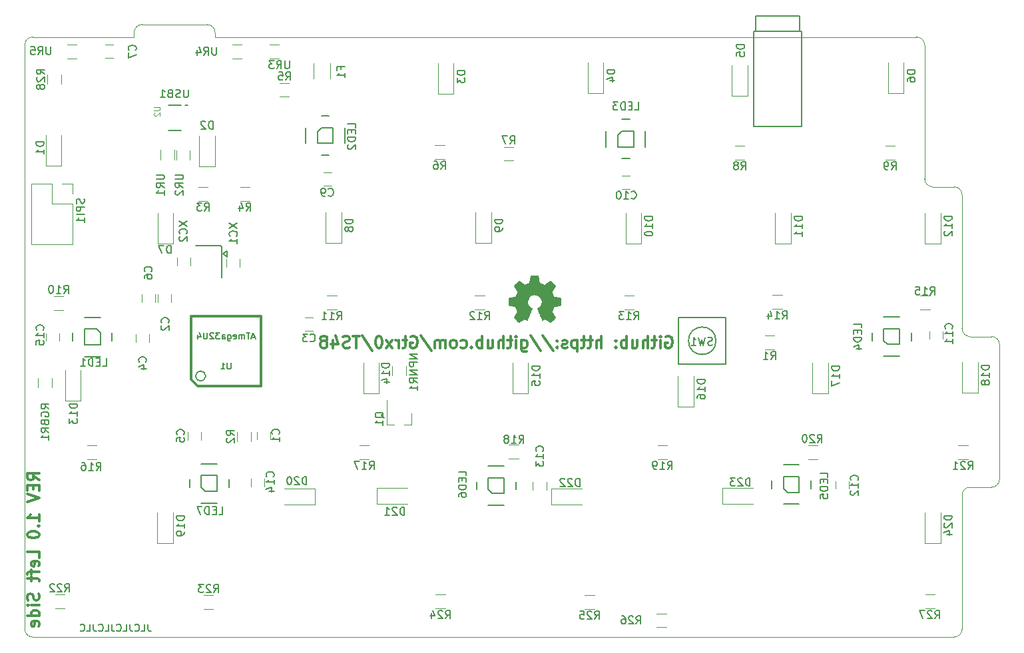
<source format=gbr>
%TF.GenerationSoftware,KiCad,Pcbnew,(6.0.0-rc1-dev-1291-g61b749f0b)*%
%TF.CreationDate,2018-12-05T20:52:08+02:00*%
%TF.ProjectId,TS48_left,54533438-5f6c-4656-9674-2e6b69636164,rev?*%
%TF.SameCoordinates,Original*%
%TF.FileFunction,Legend,Bot*%
%TF.FilePolarity,Positive*%
%FSLAX46Y46*%
G04 Gerber Fmt 4.6, Leading zero omitted, Abs format (unit mm)*
G04 Created by KiCad (PCBNEW (6.0.0-rc1-dev-1291-g61b749f0b)) date 12/5/2018 8:52:08 PM*
%MOMM*%
%LPD*%
G01*
G04 APERTURE LIST*
%ADD10C,0.300000*%
%ADD11C,0.200000*%
%ADD12C,0.100000*%
%ADD13C,0.120000*%
%ADD14C,0.150000*%
%ADD15C,0.203200*%
%ADD16C,0.010000*%
G04 APERTURE END LIST*
D10*
X171510014Y-104723500D02*
X171652871Y-104652071D01*
X171867157Y-104652071D01*
X172081442Y-104723500D01*
X172224300Y-104866357D01*
X172295728Y-105009214D01*
X172367157Y-105294928D01*
X172367157Y-105509214D01*
X172295728Y-105794928D01*
X172224300Y-105937785D01*
X172081442Y-106080642D01*
X171867157Y-106152071D01*
X171724300Y-106152071D01*
X171510014Y-106080642D01*
X171438585Y-106009214D01*
X171438585Y-105509214D01*
X171724300Y-105509214D01*
X170795728Y-106152071D02*
X170795728Y-105152071D01*
X170795728Y-104652071D02*
X170867157Y-104723500D01*
X170795728Y-104794928D01*
X170724300Y-104723500D01*
X170795728Y-104652071D01*
X170795728Y-104794928D01*
X170295728Y-105152071D02*
X169724300Y-105152071D01*
X170081442Y-104652071D02*
X170081442Y-105937785D01*
X170010014Y-106080642D01*
X169867157Y-106152071D01*
X169724300Y-106152071D01*
X169224300Y-106152071D02*
X169224300Y-104652071D01*
X168581442Y-106152071D02*
X168581442Y-105366357D01*
X168652871Y-105223500D01*
X168795728Y-105152071D01*
X169010014Y-105152071D01*
X169152871Y-105223500D01*
X169224300Y-105294928D01*
X167224300Y-105152071D02*
X167224300Y-106152071D01*
X167867157Y-105152071D02*
X167867157Y-105937785D01*
X167795728Y-106080642D01*
X167652871Y-106152071D01*
X167438585Y-106152071D01*
X167295728Y-106080642D01*
X167224300Y-106009214D01*
X166510014Y-106152071D02*
X166510014Y-104652071D01*
X166510014Y-105223500D02*
X166367157Y-105152071D01*
X166081442Y-105152071D01*
X165938585Y-105223500D01*
X165867157Y-105294928D01*
X165795728Y-105437785D01*
X165795728Y-105866357D01*
X165867157Y-106009214D01*
X165938585Y-106080642D01*
X166081442Y-106152071D01*
X166367157Y-106152071D01*
X166510014Y-106080642D01*
X165152871Y-106009214D02*
X165081442Y-106080642D01*
X165152871Y-106152071D01*
X165224300Y-106080642D01*
X165152871Y-106009214D01*
X165152871Y-106152071D01*
X165152871Y-105223500D02*
X165081442Y-105294928D01*
X165152871Y-105366357D01*
X165224300Y-105294928D01*
X165152871Y-105223500D01*
X165152871Y-105366357D01*
X163295728Y-106152071D02*
X163295728Y-104652071D01*
X162652871Y-106152071D02*
X162652871Y-105366357D01*
X162724300Y-105223500D01*
X162867157Y-105152071D01*
X163081442Y-105152071D01*
X163224300Y-105223500D01*
X163295728Y-105294928D01*
X162152871Y-105152071D02*
X161581442Y-105152071D01*
X161938585Y-104652071D02*
X161938585Y-105937785D01*
X161867157Y-106080642D01*
X161724300Y-106152071D01*
X161581442Y-106152071D01*
X161295728Y-105152071D02*
X160724300Y-105152071D01*
X161081442Y-104652071D02*
X161081442Y-105937785D01*
X161010014Y-106080642D01*
X160867157Y-106152071D01*
X160724300Y-106152071D01*
X160224300Y-105152071D02*
X160224300Y-106652071D01*
X160224300Y-105223500D02*
X160081442Y-105152071D01*
X159795728Y-105152071D01*
X159652871Y-105223500D01*
X159581442Y-105294928D01*
X159510014Y-105437785D01*
X159510014Y-105866357D01*
X159581442Y-106009214D01*
X159652871Y-106080642D01*
X159795728Y-106152071D01*
X160081442Y-106152071D01*
X160224300Y-106080642D01*
X158938585Y-106080642D02*
X158795728Y-106152071D01*
X158510014Y-106152071D01*
X158367157Y-106080642D01*
X158295728Y-105937785D01*
X158295728Y-105866357D01*
X158367157Y-105723500D01*
X158510014Y-105652071D01*
X158724300Y-105652071D01*
X158867157Y-105580642D01*
X158938585Y-105437785D01*
X158938585Y-105366357D01*
X158867157Y-105223500D01*
X158724300Y-105152071D01*
X158510014Y-105152071D01*
X158367157Y-105223500D01*
X157652871Y-106009214D02*
X157581442Y-106080642D01*
X157652871Y-106152071D01*
X157724300Y-106080642D01*
X157652871Y-106009214D01*
X157652871Y-106152071D01*
X157652871Y-105223500D02*
X157581442Y-105294928D01*
X157652871Y-105366357D01*
X157724300Y-105294928D01*
X157652871Y-105223500D01*
X157652871Y-105366357D01*
X155867157Y-104580642D02*
X157152871Y-106509214D01*
X154295728Y-104580642D02*
X155581442Y-106509214D01*
X153152871Y-105152071D02*
X153152871Y-106366357D01*
X153224300Y-106509214D01*
X153295728Y-106580642D01*
X153438585Y-106652071D01*
X153652871Y-106652071D01*
X153795728Y-106580642D01*
X153152871Y-106080642D02*
X153295728Y-106152071D01*
X153581442Y-106152071D01*
X153724300Y-106080642D01*
X153795728Y-106009214D01*
X153867157Y-105866357D01*
X153867157Y-105437785D01*
X153795728Y-105294928D01*
X153724300Y-105223500D01*
X153581442Y-105152071D01*
X153295728Y-105152071D01*
X153152871Y-105223500D01*
X152438585Y-106152071D02*
X152438585Y-105152071D01*
X152438585Y-104652071D02*
X152510014Y-104723500D01*
X152438585Y-104794928D01*
X152367157Y-104723500D01*
X152438585Y-104652071D01*
X152438585Y-104794928D01*
X151938585Y-105152071D02*
X151367157Y-105152071D01*
X151724300Y-104652071D02*
X151724300Y-105937785D01*
X151652871Y-106080642D01*
X151510014Y-106152071D01*
X151367157Y-106152071D01*
X150867157Y-106152071D02*
X150867157Y-104652071D01*
X150224300Y-106152071D02*
X150224300Y-105366357D01*
X150295728Y-105223500D01*
X150438585Y-105152071D01*
X150652871Y-105152071D01*
X150795728Y-105223500D01*
X150867157Y-105294928D01*
X148867157Y-105152071D02*
X148867157Y-106152071D01*
X149510014Y-105152071D02*
X149510014Y-105937785D01*
X149438585Y-106080642D01*
X149295728Y-106152071D01*
X149081442Y-106152071D01*
X148938585Y-106080642D01*
X148867157Y-106009214D01*
X148152871Y-106152071D02*
X148152871Y-104652071D01*
X148152871Y-105223500D02*
X148010014Y-105152071D01*
X147724300Y-105152071D01*
X147581442Y-105223500D01*
X147510014Y-105294928D01*
X147438585Y-105437785D01*
X147438585Y-105866357D01*
X147510014Y-106009214D01*
X147581442Y-106080642D01*
X147724300Y-106152071D01*
X148010014Y-106152071D01*
X148152871Y-106080642D01*
X146795728Y-106009214D02*
X146724300Y-106080642D01*
X146795728Y-106152071D01*
X146867157Y-106080642D01*
X146795728Y-106009214D01*
X146795728Y-106152071D01*
X145438585Y-106080642D02*
X145581442Y-106152071D01*
X145867157Y-106152071D01*
X146010014Y-106080642D01*
X146081442Y-106009214D01*
X146152871Y-105866357D01*
X146152871Y-105437785D01*
X146081442Y-105294928D01*
X146010014Y-105223500D01*
X145867157Y-105152071D01*
X145581442Y-105152071D01*
X145438585Y-105223500D01*
X144581442Y-106152071D02*
X144724300Y-106080642D01*
X144795728Y-106009214D01*
X144867157Y-105866357D01*
X144867157Y-105437785D01*
X144795728Y-105294928D01*
X144724300Y-105223500D01*
X144581442Y-105152071D01*
X144367157Y-105152071D01*
X144224300Y-105223500D01*
X144152871Y-105294928D01*
X144081442Y-105437785D01*
X144081442Y-105866357D01*
X144152871Y-106009214D01*
X144224300Y-106080642D01*
X144367157Y-106152071D01*
X144581442Y-106152071D01*
X143438585Y-106152071D02*
X143438585Y-105152071D01*
X143438585Y-105294928D02*
X143367157Y-105223500D01*
X143224300Y-105152071D01*
X143010014Y-105152071D01*
X142867157Y-105223500D01*
X142795728Y-105366357D01*
X142795728Y-106152071D01*
X142795728Y-105366357D02*
X142724300Y-105223500D01*
X142581442Y-105152071D01*
X142367157Y-105152071D01*
X142224300Y-105223500D01*
X142152871Y-105366357D01*
X142152871Y-106152071D01*
X140367157Y-104580642D02*
X141652871Y-106509214D01*
X139081442Y-104723500D02*
X139224300Y-104652071D01*
X139438585Y-104652071D01*
X139652871Y-104723500D01*
X139795728Y-104866357D01*
X139867157Y-105009214D01*
X139938585Y-105294928D01*
X139938585Y-105509214D01*
X139867157Y-105794928D01*
X139795728Y-105937785D01*
X139652871Y-106080642D01*
X139438585Y-106152071D01*
X139295728Y-106152071D01*
X139081442Y-106080642D01*
X139010014Y-106009214D01*
X139010014Y-105509214D01*
X139295728Y-105509214D01*
X138581442Y-105152071D02*
X138010014Y-105152071D01*
X138367157Y-104652071D02*
X138367157Y-105937785D01*
X138295728Y-106080642D01*
X138152871Y-106152071D01*
X138010014Y-106152071D01*
X137510014Y-106152071D02*
X137510014Y-105152071D01*
X137510014Y-105437785D02*
X137438585Y-105294928D01*
X137367157Y-105223500D01*
X137224300Y-105152071D01*
X137081442Y-105152071D01*
X136724300Y-106152071D02*
X135938585Y-105152071D01*
X136724300Y-105152071D02*
X135938585Y-106152071D01*
X135081442Y-104652071D02*
X134938585Y-104652071D01*
X134795728Y-104723500D01*
X134724300Y-104794928D01*
X134652871Y-104937785D01*
X134581442Y-105223500D01*
X134581442Y-105580642D01*
X134652871Y-105866357D01*
X134724300Y-106009214D01*
X134795728Y-106080642D01*
X134938585Y-106152071D01*
X135081442Y-106152071D01*
X135224300Y-106080642D01*
X135295728Y-106009214D01*
X135367157Y-105866357D01*
X135438585Y-105580642D01*
X135438585Y-105223500D01*
X135367157Y-104937785D01*
X135295728Y-104794928D01*
X135224300Y-104723500D01*
X135081442Y-104652071D01*
X132867157Y-104580642D02*
X134152871Y-106509214D01*
X132581442Y-104652071D02*
X131724299Y-104652071D01*
X132152871Y-106152071D02*
X132152871Y-104652071D01*
X131295728Y-106080642D02*
X131081442Y-106152071D01*
X130724299Y-106152071D01*
X130581442Y-106080642D01*
X130510014Y-106009214D01*
X130438585Y-105866357D01*
X130438585Y-105723500D01*
X130510014Y-105580642D01*
X130581442Y-105509214D01*
X130724299Y-105437785D01*
X131010014Y-105366357D01*
X131152871Y-105294928D01*
X131224299Y-105223500D01*
X131295728Y-105080642D01*
X131295728Y-104937785D01*
X131224299Y-104794928D01*
X131152871Y-104723500D01*
X131010014Y-104652071D01*
X130652871Y-104652071D01*
X130438585Y-104723500D01*
X129152871Y-105152071D02*
X129152871Y-106152071D01*
X129510014Y-104580642D02*
X129867157Y-105652071D01*
X128938585Y-105652071D01*
X128152871Y-105294928D02*
X128295728Y-105223500D01*
X128367157Y-105152071D01*
X128438585Y-105009214D01*
X128438585Y-104937785D01*
X128367157Y-104794928D01*
X128295728Y-104723500D01*
X128152871Y-104652071D01*
X127867157Y-104652071D01*
X127724299Y-104723500D01*
X127652871Y-104794928D01*
X127581442Y-104937785D01*
X127581442Y-105009214D01*
X127652871Y-105152071D01*
X127724299Y-105223500D01*
X127867157Y-105294928D01*
X128152871Y-105294928D01*
X128295728Y-105366357D01*
X128367157Y-105437785D01*
X128438585Y-105580642D01*
X128438585Y-105866357D01*
X128367157Y-106009214D01*
X128295728Y-106080642D01*
X128152871Y-106152071D01*
X127867157Y-106152071D01*
X127724299Y-106080642D01*
X127652871Y-106009214D01*
X127581442Y-105866357D01*
X127581442Y-105580642D01*
X127652871Y-105437785D01*
X127724299Y-105366357D01*
X127867157Y-105294928D01*
X91808771Y-122981557D02*
X91094485Y-122481557D01*
X91808771Y-122124414D02*
X90308771Y-122124414D01*
X90308771Y-122695842D01*
X90380200Y-122838700D01*
X90451628Y-122910128D01*
X90594485Y-122981557D01*
X90808771Y-122981557D01*
X90951628Y-122910128D01*
X91023057Y-122838700D01*
X91094485Y-122695842D01*
X91094485Y-122124414D01*
X91023057Y-123624414D02*
X91023057Y-124124414D01*
X91808771Y-124338700D02*
X91808771Y-123624414D01*
X90308771Y-123624414D01*
X90308771Y-124338700D01*
X90308771Y-124767271D02*
X91808771Y-125267271D01*
X90308771Y-125767271D01*
X91808771Y-128195842D02*
X91808771Y-127338700D01*
X91808771Y-127767271D02*
X90308771Y-127767271D01*
X90523057Y-127624414D01*
X90665914Y-127481557D01*
X90737342Y-127338700D01*
X91665914Y-128838700D02*
X91737342Y-128910128D01*
X91808771Y-128838700D01*
X91737342Y-128767271D01*
X91665914Y-128838700D01*
X91808771Y-128838700D01*
X90308771Y-129838700D02*
X90308771Y-129981557D01*
X90380200Y-130124414D01*
X90451628Y-130195842D01*
X90594485Y-130267271D01*
X90880200Y-130338700D01*
X91237342Y-130338700D01*
X91523057Y-130267271D01*
X91665914Y-130195842D01*
X91737342Y-130124414D01*
X91808771Y-129981557D01*
X91808771Y-129838700D01*
X91737342Y-129695842D01*
X91665914Y-129624414D01*
X91523057Y-129552985D01*
X91237342Y-129481557D01*
X90880200Y-129481557D01*
X90594485Y-129552985D01*
X90451628Y-129624414D01*
X90380200Y-129695842D01*
X90308771Y-129838700D01*
X91808771Y-132838700D02*
X91808771Y-132124414D01*
X90308771Y-132124414D01*
X91737342Y-133910128D02*
X91808771Y-133767271D01*
X91808771Y-133481557D01*
X91737342Y-133338700D01*
X91594485Y-133267271D01*
X91023057Y-133267271D01*
X90880200Y-133338700D01*
X90808771Y-133481557D01*
X90808771Y-133767271D01*
X90880200Y-133910128D01*
X91023057Y-133981557D01*
X91165914Y-133981557D01*
X91308771Y-133267271D01*
X90808771Y-134410128D02*
X90808771Y-134981557D01*
X91808771Y-134624414D02*
X90523057Y-134624414D01*
X90380200Y-134695842D01*
X90308771Y-134838700D01*
X90308771Y-134981557D01*
X90808771Y-135267271D02*
X90808771Y-135838700D01*
X90308771Y-135481557D02*
X91594485Y-135481557D01*
X91737342Y-135552985D01*
X91808771Y-135695842D01*
X91808771Y-135838700D01*
X91737342Y-137410128D02*
X91808771Y-137624414D01*
X91808771Y-137981557D01*
X91737342Y-138124414D01*
X91665914Y-138195842D01*
X91523057Y-138267271D01*
X91380200Y-138267271D01*
X91237342Y-138195842D01*
X91165914Y-138124414D01*
X91094485Y-137981557D01*
X91023057Y-137695842D01*
X90951628Y-137552985D01*
X90880200Y-137481557D01*
X90737342Y-137410128D01*
X90594485Y-137410128D01*
X90451628Y-137481557D01*
X90380200Y-137552985D01*
X90308771Y-137695842D01*
X90308771Y-138052985D01*
X90380200Y-138267271D01*
X91808771Y-138910128D02*
X90808771Y-138910128D01*
X90308771Y-138910128D02*
X90380200Y-138838700D01*
X90451628Y-138910128D01*
X90380200Y-138981557D01*
X90308771Y-138910128D01*
X90451628Y-138910128D01*
X91808771Y-140267271D02*
X90308771Y-140267271D01*
X91737342Y-140267271D02*
X91808771Y-140124414D01*
X91808771Y-139838700D01*
X91737342Y-139695842D01*
X91665914Y-139624414D01*
X91523057Y-139552985D01*
X91094485Y-139552985D01*
X90951628Y-139624414D01*
X90880200Y-139695842D01*
X90808771Y-139838700D01*
X90808771Y-140124414D01*
X90880200Y-140267271D01*
X91737342Y-141552985D02*
X91808771Y-141410128D01*
X91808771Y-141124414D01*
X91737342Y-140981557D01*
X91594485Y-140910128D01*
X91023057Y-140910128D01*
X90880200Y-140981557D01*
X90808771Y-141124414D01*
X90808771Y-141410128D01*
X90880200Y-141552985D01*
X91023057Y-141624414D01*
X91165914Y-141624414D01*
X91308771Y-140910128D01*
D11*
X105660622Y-141310262D02*
X105660622Y-141953120D01*
X105703480Y-142081691D01*
X105789194Y-142167405D01*
X105917765Y-142210262D01*
X106003480Y-142210262D01*
X104803480Y-142210262D02*
X105232051Y-142210262D01*
X105232051Y-141310262D01*
X103989194Y-142124548D02*
X104032051Y-142167405D01*
X104160622Y-142210262D01*
X104246337Y-142210262D01*
X104374908Y-142167405D01*
X104460622Y-142081691D01*
X104503480Y-141995977D01*
X104546337Y-141824548D01*
X104546337Y-141695977D01*
X104503480Y-141524548D01*
X104460622Y-141438834D01*
X104374908Y-141353120D01*
X104246337Y-141310262D01*
X104160622Y-141310262D01*
X104032051Y-141353120D01*
X103989194Y-141395977D01*
X103346337Y-141310262D02*
X103346337Y-141953120D01*
X103389194Y-142081691D01*
X103474908Y-142167405D01*
X103603480Y-142210262D01*
X103689194Y-142210262D01*
X102489194Y-142210262D02*
X102917765Y-142210262D01*
X102917765Y-141310262D01*
X101674908Y-142124548D02*
X101717765Y-142167405D01*
X101846337Y-142210262D01*
X101932051Y-142210262D01*
X102060622Y-142167405D01*
X102146337Y-142081691D01*
X102189194Y-141995977D01*
X102232051Y-141824548D01*
X102232051Y-141695977D01*
X102189194Y-141524548D01*
X102146337Y-141438834D01*
X102060622Y-141353120D01*
X101932051Y-141310262D01*
X101846337Y-141310262D01*
X101717765Y-141353120D01*
X101674908Y-141395977D01*
X101032051Y-141310262D02*
X101032051Y-141953120D01*
X101074908Y-142081691D01*
X101160622Y-142167405D01*
X101289194Y-142210262D01*
X101374908Y-142210262D01*
X100174908Y-142210262D02*
X100603480Y-142210262D01*
X100603480Y-141310262D01*
X99360622Y-142124548D02*
X99403480Y-142167405D01*
X99532051Y-142210262D01*
X99617765Y-142210262D01*
X99746337Y-142167405D01*
X99832051Y-142081691D01*
X99874908Y-141995977D01*
X99917765Y-141824548D01*
X99917765Y-141695977D01*
X99874908Y-141524548D01*
X99832051Y-141438834D01*
X99746337Y-141353120D01*
X99617765Y-141310262D01*
X99532051Y-141310262D01*
X99403480Y-141353120D01*
X99360622Y-141395977D01*
X98717765Y-141310262D02*
X98717765Y-141953120D01*
X98760622Y-142081691D01*
X98846337Y-142167405D01*
X98974908Y-142210262D01*
X99060622Y-142210262D01*
X97860622Y-142210262D02*
X98289194Y-142210262D01*
X98289194Y-141310262D01*
X97046337Y-142124548D02*
X97089194Y-142167405D01*
X97217765Y-142210262D01*
X97303480Y-142210262D01*
X97432051Y-142167405D01*
X97517765Y-142081691D01*
X97560622Y-141995977D01*
X97603480Y-141824548D01*
X97603480Y-141695977D01*
X97560622Y-141524548D01*
X97517765Y-141438834D01*
X97432051Y-141353120D01*
X97303480Y-141310262D01*
X97217765Y-141310262D01*
X97089194Y-141353120D01*
X97046337Y-141395977D01*
D12*
X90995500Y-142938500D02*
X208153000Y-142938500D01*
X89979500Y-67627500D02*
X89979500Y-141922500D01*
X103886000Y-66611500D02*
X90995500Y-66611500D01*
X114173000Y-66611500D02*
X203390500Y-66611500D01*
X204406500Y-84645500D02*
X204406500Y-67627500D01*
X208153000Y-85661500D02*
X205422500Y-85661500D01*
X209169000Y-103695500D02*
X209169000Y-86677500D01*
X212915500Y-104711500D02*
X210185000Y-104711500D01*
X213931500Y-122872500D02*
X213931500Y-105727500D01*
X212915500Y-123888500D02*
X210185000Y-123888500D01*
X209169000Y-141922500D02*
X209169000Y-124904500D01*
X209169000Y-141922500D02*
G75*
G02X208151731Y-142939769I-1017269J0D01*
G01*
X90995500Y-142938500D02*
G75*
G02X89978231Y-141921231I0J1017269D01*
G01*
X89979500Y-67627500D02*
G75*
G02X90996769Y-66610231I1017269J0D01*
G01*
X114173000Y-66040000D02*
X114173000Y-66611500D01*
X104902000Y-65024000D02*
X113157000Y-65024000D01*
X103886000Y-66040000D02*
X103886000Y-66611500D01*
X103884731Y-66041269D02*
G75*
G02X104902000Y-65024000I1017269J0D01*
G01*
X113155731Y-65022731D02*
G75*
G02X114173000Y-66040000I0J-1017269D01*
G01*
X203389231Y-66610231D02*
G75*
G02X204406500Y-67627500I0J-1017269D01*
G01*
X205422500Y-85661500D02*
G75*
G02X204405231Y-84644231I0J1017269D01*
G01*
X208153000Y-85661500D02*
G75*
G02X209170269Y-86678769I0J-1017269D01*
G01*
X210185000Y-104711500D02*
G75*
G02X209167731Y-103694231I0J1017269D01*
G01*
X212915500Y-104711500D02*
G75*
G02X213932769Y-105728769I0J-1017269D01*
G01*
X209167731Y-124905769D02*
G75*
G02X210185000Y-123888500I1017269J0D01*
G01*
X213931500Y-122872500D02*
G75*
G02X212914231Y-123889769I-1017269J0D01*
G01*
D13*
X96021200Y-92983360D02*
X90821200Y-92983360D01*
X96021200Y-87843360D02*
X96021200Y-92983360D01*
X90821200Y-85243360D02*
X90821200Y-92983360D01*
X96021200Y-87843360D02*
X93421200Y-87843360D01*
X93421200Y-87843360D02*
X93421200Y-85243360D01*
X93421200Y-85243360D02*
X90821200Y-85243360D01*
X96021200Y-86573360D02*
X96021200Y-85243360D01*
X96021200Y-85243360D02*
X94691200Y-85243360D01*
X119482500Y-117828000D02*
X119482500Y-116828000D01*
X121182500Y-116828000D02*
X121182500Y-117828000D01*
X108617120Y-99352480D02*
X108617120Y-100352480D01*
X106917120Y-100352480D02*
X106917120Y-99352480D01*
X126605920Y-104019720D02*
X125605920Y-104019720D01*
X125605920Y-102319720D02*
X126605920Y-102319720D01*
X105818040Y-104407080D02*
X105818040Y-105407080D01*
X104118040Y-105407080D02*
X104118040Y-104407080D01*
X110719500Y-117848000D02*
X110719500Y-116848000D01*
X112419500Y-116848000D02*
X112419500Y-117848000D01*
X106577500Y-99322000D02*
X106577500Y-100322000D01*
X104877500Y-100322000D02*
X104877500Y-99322000D01*
X101180200Y-69303000D02*
X100180200Y-69303000D01*
X100180200Y-67603000D02*
X101180200Y-67603000D01*
X128973200Y-85559000D02*
X127973200Y-85559000D01*
X127973200Y-83859000D02*
X128973200Y-83859000D01*
X165940800Y-84290800D02*
X166940800Y-84290800D01*
X166940800Y-85990800D02*
X165940800Y-85990800D01*
X206742400Y-104046400D02*
X206742400Y-105046400D01*
X205042400Y-105046400D02*
X205042400Y-104046400D01*
X193079000Y-124096400D02*
X193079000Y-123096400D01*
X194779000Y-123096400D02*
X194779000Y-124096400D01*
X156298000Y-123198000D02*
X156298000Y-124198000D01*
X154598000Y-124198000D02*
X154598000Y-123198000D01*
X118733200Y-123791600D02*
X118733200Y-122791600D01*
X120433200Y-122791600D02*
X120433200Y-123791600D01*
X92672800Y-105300400D02*
X92672800Y-104300400D01*
X94372800Y-104300400D02*
X94372800Y-105300400D01*
X94649800Y-83006760D02*
X92649800Y-83006760D01*
X92649800Y-83006760D02*
X92649800Y-79106760D01*
X94649800Y-83006760D02*
X94649800Y-79106760D01*
X114149380Y-83049940D02*
X114149380Y-79149940D01*
X112149380Y-83049940D02*
X112149380Y-79149940D01*
X114149380Y-83049940D02*
X112149380Y-83049940D01*
X144510000Y-73878000D02*
X142510000Y-73878000D01*
X142510000Y-73878000D02*
X142510000Y-69978000D01*
X144510000Y-73878000D02*
X144510000Y-69978000D01*
X163560000Y-73751000D02*
X163560000Y-69851000D01*
X161560000Y-73751000D02*
X161560000Y-69851000D01*
X163560000Y-73751000D02*
X161560000Y-73751000D01*
X181898800Y-74081200D02*
X179898800Y-74081200D01*
X179898800Y-74081200D02*
X179898800Y-70181200D01*
X181898800Y-74081200D02*
X181898800Y-70181200D01*
X201736200Y-73801800D02*
X201736200Y-69901800D01*
X199736200Y-73801800D02*
X199736200Y-69901800D01*
X201736200Y-73801800D02*
X199736200Y-73801800D01*
X108873800Y-92902600D02*
X106873800Y-92902600D01*
X106873800Y-92902600D02*
X106873800Y-89002600D01*
X108873800Y-92902600D02*
X108873800Y-89002600D01*
X130260600Y-92801000D02*
X130260600Y-88901000D01*
X128260600Y-92801000D02*
X128260600Y-88901000D01*
X130260600Y-92801000D02*
X128260600Y-92801000D01*
X149285200Y-92801000D02*
X147285200Y-92801000D01*
X147285200Y-92801000D02*
X147285200Y-88901000D01*
X149285200Y-92801000D02*
X149285200Y-88901000D01*
X168373300Y-92902600D02*
X168373300Y-89002600D01*
X166373300Y-92902600D02*
X166373300Y-89002600D01*
X168373300Y-92902600D02*
X166373300Y-92902600D01*
X187410600Y-92915300D02*
X185410600Y-92915300D01*
X185410600Y-92915300D02*
X185410600Y-89015300D01*
X187410600Y-92915300D02*
X187410600Y-89015300D01*
X206460600Y-92877200D02*
X206460600Y-88977200D01*
X204460600Y-92877200D02*
X204460600Y-88977200D01*
X206460600Y-92877200D02*
X204460600Y-92877200D01*
X97098360Y-112851760D02*
X95098360Y-112851760D01*
X95098360Y-112851760D02*
X95098360Y-108951760D01*
X97098360Y-112851760D02*
X97098360Y-108951760D01*
X135035800Y-111927200D02*
X133035800Y-111927200D01*
X133035800Y-111927200D02*
X133035800Y-108027200D01*
X135035800Y-111927200D02*
X135035800Y-108027200D01*
X154004520Y-111927200D02*
X152004520Y-111927200D01*
X152004520Y-111927200D02*
X152004520Y-108027200D01*
X154004520Y-111927200D02*
X154004520Y-108027200D01*
X175040800Y-113654400D02*
X175040800Y-109754400D01*
X173040800Y-113654400D02*
X173040800Y-109754400D01*
X175040800Y-113654400D02*
X173040800Y-113654400D01*
X192135000Y-111978000D02*
X192135000Y-108078000D01*
X190135000Y-111978000D02*
X190135000Y-108078000D01*
X192135000Y-111978000D02*
X190135000Y-111978000D01*
X211185000Y-111851000D02*
X211185000Y-107951000D01*
X209185000Y-111851000D02*
X209185000Y-107951000D01*
X211185000Y-111851000D02*
X209185000Y-111851000D01*
X108823000Y-131028000D02*
X106823000Y-131028000D01*
X106823000Y-131028000D02*
X106823000Y-127128000D01*
X108823000Y-131028000D02*
X108823000Y-127128000D01*
X126837000Y-124095000D02*
X126837000Y-126095000D01*
X126837000Y-126095000D02*
X122937000Y-126095000D01*
X126837000Y-124095000D02*
X122937000Y-124095000D01*
X134783000Y-125968000D02*
X134783000Y-123968000D01*
X134783000Y-123968000D02*
X138683000Y-123968000D01*
X134783000Y-125968000D02*
X138683000Y-125968000D01*
X156944500Y-126095000D02*
X160844500Y-126095000D01*
X156944500Y-124095000D02*
X160844500Y-124095000D01*
X156944500Y-126095000D02*
X156944500Y-124095000D01*
X178725000Y-125968000D02*
X182625000Y-125968000D01*
X178725000Y-123968000D02*
X182625000Y-123968000D01*
X178725000Y-125968000D02*
X178725000Y-123968000D01*
X206422500Y-130964500D02*
X206422500Y-127064500D01*
X204422500Y-130964500D02*
X204422500Y-127064500D01*
X206422500Y-130964500D02*
X204422500Y-130964500D01*
X126717400Y-69916800D02*
X126717400Y-71916800D01*
X128857400Y-71916800D02*
X128857400Y-69916800D01*
D11*
X97590100Y-103762300D02*
X97590100Y-105762300D01*
X97590100Y-105762300D02*
X99590100Y-105762300D01*
X99590100Y-105762300D02*
X99590100Y-104262300D01*
X99590100Y-104262300D02*
X99090100Y-103762300D01*
X99090100Y-103762300D02*
X97590100Y-103762300D01*
X97590100Y-102262300D02*
X99590100Y-102262300D01*
X101090100Y-104262300D02*
X101090100Y-105262300D01*
X97590100Y-107262300D02*
X99590100Y-107262300D01*
X96090100Y-104262300D02*
X96090100Y-105262300D01*
X127693800Y-81646400D02*
X128693800Y-81646400D01*
X130693800Y-80146400D02*
X130693800Y-78146400D01*
X127693800Y-76646400D02*
X128693800Y-76646400D01*
X125693800Y-80146400D02*
X125693800Y-78146400D01*
X127193800Y-78646400D02*
X127193800Y-80146400D01*
X127693800Y-78146400D02*
X127193800Y-78646400D01*
X129193800Y-78146400D02*
X127693800Y-78146400D01*
X129193800Y-80146400D02*
X129193800Y-78146400D01*
X127193800Y-80146400D02*
X129193800Y-80146400D01*
X165395400Y-80603600D02*
X167395400Y-80603600D01*
X167395400Y-80603600D02*
X167395400Y-78603600D01*
X167395400Y-78603600D02*
X165895400Y-78603600D01*
X165895400Y-78603600D02*
X165395400Y-79103600D01*
X165395400Y-79103600D02*
X165395400Y-80603600D01*
X163895400Y-80603600D02*
X163895400Y-78603600D01*
X165895400Y-77103600D02*
X166895400Y-77103600D01*
X168895400Y-80603600D02*
X168895400Y-78603600D01*
X165895400Y-82103600D02*
X166895400Y-82103600D01*
X202702800Y-105224200D02*
X202702800Y-104224200D01*
X201202800Y-102224200D02*
X199202800Y-102224200D01*
X197702800Y-105224200D02*
X197702800Y-104224200D01*
X201202800Y-107224200D02*
X199202800Y-107224200D01*
X199702800Y-105724200D02*
X201202800Y-105724200D01*
X199202800Y-105224200D02*
X199702800Y-105724200D01*
X199202800Y-103724200D02*
X199202800Y-105224200D01*
X201202800Y-103724200D02*
X199202800Y-103724200D01*
X201202800Y-105724200D02*
X201202800Y-103724200D01*
X188452000Y-124537980D02*
X188452000Y-122537980D01*
X188452000Y-122537980D02*
X186452000Y-122537980D01*
X186452000Y-122537980D02*
X186452000Y-124037980D01*
X186452000Y-124037980D02*
X186952000Y-124537980D01*
X186952000Y-124537980D02*
X188452000Y-124537980D01*
X188452000Y-126037980D02*
X186452000Y-126037980D01*
X184952000Y-124037980D02*
X184952000Y-123037980D01*
X188452000Y-121037980D02*
X186452000Y-121037980D01*
X189952000Y-124037980D02*
X189952000Y-123037980D01*
X150910800Y-124672600D02*
X150910800Y-122672600D01*
X150910800Y-122672600D02*
X148910800Y-122672600D01*
X148910800Y-122672600D02*
X148910800Y-124172600D01*
X148910800Y-124172600D02*
X149410800Y-124672600D01*
X149410800Y-124672600D02*
X150910800Y-124672600D01*
X150910800Y-126172600D02*
X148910800Y-126172600D01*
X147410800Y-124172600D02*
X147410800Y-123172600D01*
X150910800Y-121172600D02*
X148910800Y-121172600D01*
X152410800Y-124172600D02*
X152410800Y-123172600D01*
X115931320Y-123885580D02*
X115931320Y-122885580D01*
X114431320Y-120885580D02*
X112431320Y-120885580D01*
X110931320Y-123885580D02*
X110931320Y-122885580D01*
X114431320Y-125885580D02*
X112431320Y-125885580D01*
X112931320Y-124385580D02*
X114431320Y-124385580D01*
X112431320Y-123885580D02*
X112931320Y-124385580D01*
X112431320Y-122385580D02*
X112431320Y-123885580D01*
X114431320Y-122385580D02*
X112431320Y-122385580D01*
X114431320Y-124385580D02*
X114431320Y-122385580D01*
D13*
X138497200Y-109685380D02*
X138497200Y-108485380D01*
X136737200Y-108485380D02*
X136737200Y-109685380D01*
X139176880Y-115938840D02*
X139176880Y-114478840D01*
X136016880Y-115938840D02*
X136016880Y-112778840D01*
X136016880Y-115938840D02*
X136946880Y-115938840D01*
X139176880Y-115938840D02*
X138246880Y-115938840D01*
X185287200Y-104580800D02*
X184087200Y-104580800D01*
X184087200Y-106340800D02*
X185287200Y-106340800D01*
X116976000Y-116828000D02*
X116976000Y-118028000D01*
X118736000Y-118028000D02*
X118736000Y-116828000D01*
X113252800Y-85683200D02*
X112052800Y-85683200D01*
X112052800Y-87443200D02*
X113252800Y-87443200D01*
X117357600Y-87443200D02*
X118557600Y-87443200D01*
X118557600Y-85683200D02*
X117357600Y-85683200D01*
X122399500Y-74222500D02*
X123599500Y-74222500D01*
X123599500Y-72462500D02*
X122399500Y-72462500D01*
X142148000Y-82160000D02*
X143348000Y-82160000D01*
X143348000Y-80400000D02*
X142148000Y-80400000D01*
X150911000Y-82350500D02*
X152111000Y-82350500D01*
X152111000Y-80590500D02*
X150911000Y-80590500D01*
X181511500Y-80463500D02*
X180311500Y-80463500D01*
X180311500Y-82223500D02*
X181511500Y-82223500D01*
X199425000Y-82223500D02*
X200625000Y-82223500D01*
X200625000Y-80463500D02*
X199425000Y-80463500D01*
X94897500Y-99577000D02*
X93697500Y-99577000D01*
X93697500Y-101337000D02*
X94897500Y-101337000D01*
X128432000Y-101273500D02*
X129632000Y-101273500D01*
X129632000Y-99513500D02*
X128432000Y-99513500D01*
X148428000Y-99513500D02*
X147228000Y-99513500D01*
X147228000Y-101273500D02*
X148428000Y-101273500D01*
X167414500Y-99513500D02*
X166214500Y-99513500D01*
X166214500Y-101273500D02*
X167414500Y-101273500D01*
X185074000Y-101210000D02*
X186274000Y-101210000D01*
X186274000Y-99450000D02*
X185074000Y-99450000D01*
X205070000Y-99513500D02*
X203870000Y-99513500D01*
X203870000Y-101273500D02*
X205070000Y-101273500D01*
X97888500Y-120323500D02*
X99088500Y-120323500D01*
X99088500Y-118563500D02*
X97888500Y-118563500D01*
X133759500Y-118563500D02*
X132559500Y-118563500D01*
X132559500Y-120323500D02*
X133759500Y-120323500D01*
X151546000Y-120260000D02*
X152746000Y-120260000D01*
X152746000Y-118500000D02*
X151546000Y-118500000D01*
X171669000Y-118563500D02*
X170469000Y-118563500D01*
X170469000Y-120323500D02*
X171669000Y-120323500D01*
X189582500Y-120323500D02*
X190782500Y-120323500D01*
X190782500Y-118563500D02*
X189582500Y-118563500D01*
X208696000Y-120323500D02*
X209896000Y-120323500D01*
X209896000Y-118563500D02*
X208696000Y-118563500D01*
X93824500Y-139310000D02*
X95024500Y-139310000D01*
X95024500Y-137550000D02*
X93824500Y-137550000D01*
X113947500Y-137613500D02*
X112747500Y-137613500D01*
X112747500Y-139373500D02*
X113947500Y-139373500D01*
X142228000Y-139310000D02*
X143428000Y-139310000D01*
X143428000Y-137550000D02*
X142228000Y-137550000D01*
X161198000Y-139373500D02*
X162398000Y-139373500D01*
X162398000Y-137613500D02*
X161198000Y-137613500D01*
X170342000Y-141697600D02*
X171542000Y-141697600D01*
X171542000Y-139937600D02*
X170342000Y-139937600D01*
X204479600Y-139310000D02*
X205679600Y-139310000D01*
X205679600Y-137550000D02*
X204479600Y-137550000D01*
X92856160Y-71375980D02*
X92856160Y-72575980D01*
X94616160Y-72575980D02*
X94616160Y-71375980D01*
X93437600Y-111191600D02*
X93437600Y-109991600D01*
X91677600Y-109991600D02*
X91677600Y-111191600D01*
D14*
X177873600Y-105257600D02*
G75*
G03X177873600Y-105257600I-1750000J0D01*
G01*
X176123600Y-108257600D02*
X173123600Y-108257600D01*
X173123600Y-108257600D02*
X173123600Y-102257600D01*
X173123600Y-102257600D02*
X179123600Y-102257600D01*
X179123600Y-102257600D02*
X179123600Y-108257600D01*
X179123600Y-108257600D02*
X176123600Y-108257600D01*
X182950200Y-63907920D02*
X188550200Y-63907920D01*
X188550200Y-65907920D02*
X188550200Y-63907920D01*
X182950200Y-65907920D02*
X182950200Y-63907920D01*
X188800200Y-65907920D02*
X188800200Y-78007920D01*
X182700200Y-65907920D02*
X182700200Y-78007920D01*
X182700200Y-78007920D02*
X188800200Y-78007920D01*
X182700200Y-65907920D02*
X188800200Y-65907920D01*
D10*
X111970000Y-111028400D02*
X111095000Y-110178400D01*
X111095000Y-110178400D02*
X111095000Y-102128400D01*
X111095000Y-102128400D02*
X120020000Y-102128400D01*
X120020000Y-102128400D02*
X120020000Y-111028400D01*
X120020000Y-111028400D02*
X111970000Y-111028400D01*
D15*
X112970000Y-109738400D02*
G75*
G03X112970000Y-109738400I-635000J0D01*
G01*
D14*
X108232040Y-75311200D02*
X109832040Y-75311200D01*
X110362040Y-75311200D02*
X110662040Y-75311200D01*
X108232040Y-78511200D02*
X109832040Y-78511200D01*
D13*
X109020500Y-82197500D02*
X109020500Y-80997500D01*
X107260500Y-80997500D02*
X107260500Y-82197500D01*
X110989000Y-82214000D02*
X110989000Y-81014000D01*
X109229000Y-81014000D02*
X109229000Y-82214000D01*
X121104100Y-69358400D02*
X122304100Y-69358400D01*
X122304100Y-67598400D02*
X121104100Y-67598400D01*
X117570800Y-67598400D02*
X116370800Y-67598400D01*
X116370800Y-69358400D02*
X117570800Y-69358400D01*
X95344700Y-69345700D02*
X96544700Y-69345700D01*
X96544700Y-67585700D02*
X95344700Y-67585700D01*
X115634400Y-95836360D02*
X115634400Y-94836360D01*
X117334400Y-94836360D02*
X117334400Y-95836360D01*
X109314880Y-95686500D02*
X109314880Y-94686500D01*
X111014880Y-94686500D02*
X111014880Y-95686500D01*
D14*
X114985800Y-93294200D02*
X114884200Y-93192600D01*
X114985800Y-93294200D02*
X114985800Y-97205800D01*
X111760000Y-93192600D02*
X114884200Y-93192600D01*
X115214400Y-94208600D02*
X115722400Y-94564200D01*
X115722400Y-94564200D02*
X115722400Y-93929200D01*
X115722400Y-94564200D02*
X115722400Y-93827600D01*
X115722400Y-93827600D02*
X115214400Y-94208600D01*
D16*
G36*
X154257186Y-97430631D02*
X154173365Y-97875255D01*
X153864080Y-98002753D01*
X153554794Y-98130251D01*
X153183754Y-97877946D01*
X153079843Y-97807696D01*
X152985913Y-97744972D01*
X152906348Y-97692638D01*
X152845530Y-97653557D01*
X152807843Y-97630593D01*
X152797579Y-97625642D01*
X152779090Y-97638376D01*
X152739580Y-97673582D01*
X152683478Y-97726762D01*
X152615213Y-97793418D01*
X152539214Y-97869054D01*
X152459908Y-97949172D01*
X152381725Y-98029274D01*
X152309093Y-98104864D01*
X152246441Y-98171445D01*
X152198197Y-98224518D01*
X152168790Y-98259587D01*
X152161759Y-98271323D01*
X152171877Y-98292960D01*
X152200241Y-98340362D01*
X152243871Y-98408893D01*
X152299782Y-98493915D01*
X152364994Y-98590793D01*
X152402781Y-98646050D01*
X152471657Y-98746948D01*
X152532860Y-98837999D01*
X152583422Y-98914670D01*
X152620372Y-98972428D01*
X152640742Y-99006743D01*
X152643803Y-99013954D01*
X152636864Y-99034448D01*
X152617949Y-99082213D01*
X152589913Y-99150532D01*
X152555609Y-99232689D01*
X152517891Y-99321970D01*
X152479613Y-99411658D01*
X152443630Y-99495038D01*
X152412794Y-99565394D01*
X152389961Y-99616010D01*
X152377983Y-99640171D01*
X152377276Y-99641122D01*
X152358469Y-99645736D01*
X152308382Y-99656028D01*
X152232207Y-99670987D01*
X152135135Y-99689601D01*
X152022357Y-99710859D01*
X151956558Y-99723118D01*
X151836050Y-99746062D01*
X151727203Y-99767895D01*
X151635524Y-99787422D01*
X151566519Y-99803448D01*
X151525696Y-99814779D01*
X151517489Y-99818374D01*
X151509452Y-99842706D01*
X151502967Y-99897659D01*
X151498030Y-99976808D01*
X151494636Y-100073726D01*
X151492782Y-100181987D01*
X151492462Y-100295165D01*
X151493673Y-100406835D01*
X151496410Y-100510568D01*
X151500669Y-100599941D01*
X151506445Y-100668526D01*
X151513733Y-100709897D01*
X151518105Y-100718510D01*
X151544236Y-100728833D01*
X151599607Y-100743592D01*
X151676893Y-100761052D01*
X151768770Y-100779480D01*
X151800842Y-100785441D01*
X151955476Y-100813766D01*
X152077625Y-100836576D01*
X152171327Y-100854780D01*
X152240616Y-100869283D01*
X152289529Y-100880992D01*
X152322103Y-100890815D01*
X152342372Y-100899656D01*
X152354374Y-100908424D01*
X152356053Y-100910157D01*
X152372816Y-100938071D01*
X152398386Y-100992395D01*
X152430212Y-101066477D01*
X152465740Y-101153665D01*
X152502417Y-101247308D01*
X152537689Y-101340752D01*
X152569004Y-101427347D01*
X152593807Y-101500440D01*
X152609546Y-101553378D01*
X152613668Y-101579511D01*
X152613324Y-101580426D01*
X152599359Y-101601786D01*
X152567678Y-101648784D01*
X152521609Y-101716527D01*
X152464482Y-101800123D01*
X152399627Y-101894682D01*
X152381157Y-101921554D01*
X152315301Y-102018975D01*
X152257350Y-102107863D01*
X152210462Y-102183112D01*
X152177793Y-102239620D01*
X152162500Y-102272281D01*
X152161759Y-102276293D01*
X152174608Y-102297384D01*
X152210112Y-102339164D01*
X152263707Y-102397145D01*
X152330829Y-102466835D01*
X152406913Y-102543745D01*
X152487396Y-102623383D01*
X152567713Y-102701261D01*
X152643301Y-102772886D01*
X152709595Y-102833770D01*
X152762031Y-102879421D01*
X152796045Y-102905350D01*
X152805455Y-102909583D01*
X152827357Y-102899612D01*
X152872200Y-102872720D01*
X152932679Y-102833436D01*
X152979211Y-102801817D01*
X153063525Y-102743798D01*
X153163374Y-102675484D01*
X153263527Y-102607279D01*
X153317373Y-102570775D01*
X153499629Y-102447500D01*
X153652619Y-102530220D01*
X153722318Y-102566459D01*
X153781586Y-102594626D01*
X153821689Y-102610691D01*
X153831897Y-102612926D01*
X153844171Y-102596422D01*
X153868387Y-102549782D01*
X153902737Y-102477309D01*
X153945412Y-102383306D01*
X153994606Y-102272074D01*
X154048510Y-102147915D01*
X154105316Y-102015132D01*
X154163218Y-101878027D01*
X154220407Y-101740902D01*
X154275076Y-101608058D01*
X154325416Y-101483798D01*
X154369620Y-101372425D01*
X154405881Y-101278239D01*
X154432391Y-101205544D01*
X154447342Y-101158641D01*
X154449746Y-101142533D01*
X154430689Y-101121986D01*
X154388964Y-101088633D01*
X154333294Y-101049402D01*
X154328622Y-101046299D01*
X154184736Y-100931123D01*
X154068717Y-100796753D01*
X153981570Y-100647484D01*
X153924301Y-100487613D01*
X153897914Y-100321437D01*
X153903415Y-100153252D01*
X153941810Y-99987355D01*
X154014105Y-99828042D01*
X154035374Y-99793187D01*
X154146004Y-99652437D01*
X154276698Y-99539414D01*
X154422936Y-99454703D01*
X154580192Y-99398894D01*
X154743943Y-99372574D01*
X154909667Y-99376330D01*
X155072838Y-99410750D01*
X155228935Y-99476423D01*
X155373433Y-99573935D01*
X155418131Y-99613513D01*
X155531888Y-99737403D01*
X155614782Y-99867824D01*
X155671644Y-100014015D01*
X155703313Y-100158788D01*
X155711131Y-100321560D01*
X155685062Y-100485140D01*
X155627755Y-100643998D01*
X155541856Y-100792606D01*
X155430014Y-100925435D01*
X155294877Y-101036956D01*
X155277117Y-101048711D01*
X155220850Y-101087208D01*
X155178077Y-101120563D01*
X155157628Y-101141860D01*
X155157331Y-101142533D01*
X155161721Y-101165571D01*
X155179124Y-101217857D01*
X155207732Y-101295090D01*
X155245735Y-101392968D01*
X155291326Y-101507191D01*
X155342697Y-101633458D01*
X155398038Y-101767467D01*
X155455542Y-101904918D01*
X155513399Y-102041508D01*
X155569802Y-102172937D01*
X155622942Y-102294905D01*
X155671010Y-102403109D01*
X155712199Y-102493249D01*
X155744699Y-102561023D01*
X155766703Y-102602130D01*
X155775564Y-102612926D01*
X155802640Y-102604519D01*
X155853303Y-102581972D01*
X155918817Y-102549313D01*
X155954841Y-102530220D01*
X156107832Y-102447500D01*
X156290088Y-102570775D01*
X156383125Y-102633928D01*
X156484985Y-102703427D01*
X156580438Y-102768865D01*
X156628250Y-102801817D01*
X156695495Y-102846973D01*
X156752436Y-102882757D01*
X156791646Y-102904638D01*
X156804381Y-102909263D01*
X156822917Y-102896785D01*
X156863941Y-102861952D01*
X156923475Y-102808378D01*
X156997542Y-102739683D01*
X157082165Y-102659481D01*
X157135685Y-102607986D01*
X157229319Y-102515986D01*
X157310241Y-102433699D01*
X157375177Y-102364645D01*
X157420858Y-102312344D01*
X157444011Y-102280316D01*
X157446232Y-102273816D01*
X157435924Y-102249094D01*
X157407439Y-102199105D01*
X157363937Y-102128912D01*
X157308577Y-102043575D01*
X157244520Y-101948156D01*
X157226303Y-101921554D01*
X157159927Y-101824867D01*
X157100378Y-101737817D01*
X157050984Y-101665295D01*
X157015075Y-101612193D01*
X156995981Y-101583403D01*
X156994136Y-101580426D01*
X156996895Y-101557482D01*
X157011538Y-101507036D01*
X157035513Y-101435741D01*
X157066266Y-101350247D01*
X157101244Y-101257207D01*
X157137893Y-101163274D01*
X157173661Y-101075099D01*
X157205994Y-100999334D01*
X157232338Y-100942631D01*
X157250142Y-100911643D01*
X157251407Y-100910157D01*
X157262294Y-100901301D01*
X157280682Y-100892543D01*
X157310606Y-100882977D01*
X157356103Y-100871696D01*
X157421209Y-100857793D01*
X157509961Y-100840363D01*
X157626393Y-100818498D01*
X157774542Y-100791291D01*
X157806618Y-100785441D01*
X157901686Y-100767074D01*
X157984565Y-100749105D01*
X158047930Y-100733269D01*
X158084458Y-100721300D01*
X158089356Y-100718510D01*
X158097427Y-100693772D01*
X158103987Y-100638490D01*
X158109033Y-100559089D01*
X158112559Y-100461996D01*
X158114561Y-100353638D01*
X158115036Y-100240440D01*
X158113977Y-100128828D01*
X158111382Y-100025229D01*
X158107246Y-99936068D01*
X158101563Y-99867772D01*
X158094331Y-99826766D01*
X158089971Y-99818374D01*
X158065698Y-99809908D01*
X158010426Y-99796135D01*
X157929662Y-99778250D01*
X157828912Y-99757448D01*
X157713683Y-99734923D01*
X157650902Y-99723118D01*
X157531787Y-99700851D01*
X157425565Y-99680679D01*
X157337427Y-99663615D01*
X157272566Y-99650669D01*
X157236174Y-99642855D01*
X157230184Y-99641122D01*
X157220061Y-99621590D01*
X157198662Y-99574543D01*
X157168839Y-99506703D01*
X157133445Y-99424791D01*
X157095332Y-99335528D01*
X157057353Y-99245635D01*
X157022360Y-99161835D01*
X156993206Y-99090847D01*
X156972743Y-99039394D01*
X156963823Y-99014197D01*
X156963657Y-99013096D01*
X156973769Y-98993219D01*
X157002117Y-98947477D01*
X157045723Y-98880417D01*
X157101606Y-98796584D01*
X157166787Y-98700526D01*
X157204679Y-98645350D01*
X157273725Y-98544181D01*
X157335050Y-98452330D01*
X157385663Y-98374444D01*
X157422571Y-98315169D01*
X157442782Y-98279151D01*
X157445701Y-98271077D01*
X157433153Y-98252284D01*
X157398463Y-98212157D01*
X157346063Y-98155193D01*
X157280384Y-98085885D01*
X157205856Y-98008731D01*
X157126913Y-97928225D01*
X157047983Y-97848863D01*
X156973500Y-97775140D01*
X156907894Y-97711552D01*
X156855596Y-97662594D01*
X156821039Y-97632761D01*
X156809478Y-97625642D01*
X156790654Y-97635653D01*
X156745631Y-97663778D01*
X156678787Y-97707154D01*
X156594499Y-97762918D01*
X156497144Y-97828206D01*
X156423707Y-97877946D01*
X156052667Y-98130251D01*
X155434095Y-97875255D01*
X155350275Y-97430631D01*
X155266454Y-96986007D01*
X154341006Y-96986007D01*
X154257186Y-97430631D01*
X154257186Y-97430631D01*
G37*
X154257186Y-97430631D02*
X154173365Y-97875255D01*
X153864080Y-98002753D01*
X153554794Y-98130251D01*
X153183754Y-97877946D01*
X153079843Y-97807696D01*
X152985913Y-97744972D01*
X152906348Y-97692638D01*
X152845530Y-97653557D01*
X152807843Y-97630593D01*
X152797579Y-97625642D01*
X152779090Y-97638376D01*
X152739580Y-97673582D01*
X152683478Y-97726762D01*
X152615213Y-97793418D01*
X152539214Y-97869054D01*
X152459908Y-97949172D01*
X152381725Y-98029274D01*
X152309093Y-98104864D01*
X152246441Y-98171445D01*
X152198197Y-98224518D01*
X152168790Y-98259587D01*
X152161759Y-98271323D01*
X152171877Y-98292960D01*
X152200241Y-98340362D01*
X152243871Y-98408893D01*
X152299782Y-98493915D01*
X152364994Y-98590793D01*
X152402781Y-98646050D01*
X152471657Y-98746948D01*
X152532860Y-98837999D01*
X152583422Y-98914670D01*
X152620372Y-98972428D01*
X152640742Y-99006743D01*
X152643803Y-99013954D01*
X152636864Y-99034448D01*
X152617949Y-99082213D01*
X152589913Y-99150532D01*
X152555609Y-99232689D01*
X152517891Y-99321970D01*
X152479613Y-99411658D01*
X152443630Y-99495038D01*
X152412794Y-99565394D01*
X152389961Y-99616010D01*
X152377983Y-99640171D01*
X152377276Y-99641122D01*
X152358469Y-99645736D01*
X152308382Y-99656028D01*
X152232207Y-99670987D01*
X152135135Y-99689601D01*
X152022357Y-99710859D01*
X151956558Y-99723118D01*
X151836050Y-99746062D01*
X151727203Y-99767895D01*
X151635524Y-99787422D01*
X151566519Y-99803448D01*
X151525696Y-99814779D01*
X151517489Y-99818374D01*
X151509452Y-99842706D01*
X151502967Y-99897659D01*
X151498030Y-99976808D01*
X151494636Y-100073726D01*
X151492782Y-100181987D01*
X151492462Y-100295165D01*
X151493673Y-100406835D01*
X151496410Y-100510568D01*
X151500669Y-100599941D01*
X151506445Y-100668526D01*
X151513733Y-100709897D01*
X151518105Y-100718510D01*
X151544236Y-100728833D01*
X151599607Y-100743592D01*
X151676893Y-100761052D01*
X151768770Y-100779480D01*
X151800842Y-100785441D01*
X151955476Y-100813766D01*
X152077625Y-100836576D01*
X152171327Y-100854780D01*
X152240616Y-100869283D01*
X152289529Y-100880992D01*
X152322103Y-100890815D01*
X152342372Y-100899656D01*
X152354374Y-100908424D01*
X152356053Y-100910157D01*
X152372816Y-100938071D01*
X152398386Y-100992395D01*
X152430212Y-101066477D01*
X152465740Y-101153665D01*
X152502417Y-101247308D01*
X152537689Y-101340752D01*
X152569004Y-101427347D01*
X152593807Y-101500440D01*
X152609546Y-101553378D01*
X152613668Y-101579511D01*
X152613324Y-101580426D01*
X152599359Y-101601786D01*
X152567678Y-101648784D01*
X152521609Y-101716527D01*
X152464482Y-101800123D01*
X152399627Y-101894682D01*
X152381157Y-101921554D01*
X152315301Y-102018975D01*
X152257350Y-102107863D01*
X152210462Y-102183112D01*
X152177793Y-102239620D01*
X152162500Y-102272281D01*
X152161759Y-102276293D01*
X152174608Y-102297384D01*
X152210112Y-102339164D01*
X152263707Y-102397145D01*
X152330829Y-102466835D01*
X152406913Y-102543745D01*
X152487396Y-102623383D01*
X152567713Y-102701261D01*
X152643301Y-102772886D01*
X152709595Y-102833770D01*
X152762031Y-102879421D01*
X152796045Y-102905350D01*
X152805455Y-102909583D01*
X152827357Y-102899612D01*
X152872200Y-102872720D01*
X152932679Y-102833436D01*
X152979211Y-102801817D01*
X153063525Y-102743798D01*
X153163374Y-102675484D01*
X153263527Y-102607279D01*
X153317373Y-102570775D01*
X153499629Y-102447500D01*
X153652619Y-102530220D01*
X153722318Y-102566459D01*
X153781586Y-102594626D01*
X153821689Y-102610691D01*
X153831897Y-102612926D01*
X153844171Y-102596422D01*
X153868387Y-102549782D01*
X153902737Y-102477309D01*
X153945412Y-102383306D01*
X153994606Y-102272074D01*
X154048510Y-102147915D01*
X154105316Y-102015132D01*
X154163218Y-101878027D01*
X154220407Y-101740902D01*
X154275076Y-101608058D01*
X154325416Y-101483798D01*
X154369620Y-101372425D01*
X154405881Y-101278239D01*
X154432391Y-101205544D01*
X154447342Y-101158641D01*
X154449746Y-101142533D01*
X154430689Y-101121986D01*
X154388964Y-101088633D01*
X154333294Y-101049402D01*
X154328622Y-101046299D01*
X154184736Y-100931123D01*
X154068717Y-100796753D01*
X153981570Y-100647484D01*
X153924301Y-100487613D01*
X153897914Y-100321437D01*
X153903415Y-100153252D01*
X153941810Y-99987355D01*
X154014105Y-99828042D01*
X154035374Y-99793187D01*
X154146004Y-99652437D01*
X154276698Y-99539414D01*
X154422936Y-99454703D01*
X154580192Y-99398894D01*
X154743943Y-99372574D01*
X154909667Y-99376330D01*
X155072838Y-99410750D01*
X155228935Y-99476423D01*
X155373433Y-99573935D01*
X155418131Y-99613513D01*
X155531888Y-99737403D01*
X155614782Y-99867824D01*
X155671644Y-100014015D01*
X155703313Y-100158788D01*
X155711131Y-100321560D01*
X155685062Y-100485140D01*
X155627755Y-100643998D01*
X155541856Y-100792606D01*
X155430014Y-100925435D01*
X155294877Y-101036956D01*
X155277117Y-101048711D01*
X155220850Y-101087208D01*
X155178077Y-101120563D01*
X155157628Y-101141860D01*
X155157331Y-101142533D01*
X155161721Y-101165571D01*
X155179124Y-101217857D01*
X155207732Y-101295090D01*
X155245735Y-101392968D01*
X155291326Y-101507191D01*
X155342697Y-101633458D01*
X155398038Y-101767467D01*
X155455542Y-101904918D01*
X155513399Y-102041508D01*
X155569802Y-102172937D01*
X155622942Y-102294905D01*
X155671010Y-102403109D01*
X155712199Y-102493249D01*
X155744699Y-102561023D01*
X155766703Y-102602130D01*
X155775564Y-102612926D01*
X155802640Y-102604519D01*
X155853303Y-102581972D01*
X155918817Y-102549313D01*
X155954841Y-102530220D01*
X156107832Y-102447500D01*
X156290088Y-102570775D01*
X156383125Y-102633928D01*
X156484985Y-102703427D01*
X156580438Y-102768865D01*
X156628250Y-102801817D01*
X156695495Y-102846973D01*
X156752436Y-102882757D01*
X156791646Y-102904638D01*
X156804381Y-102909263D01*
X156822917Y-102896785D01*
X156863941Y-102861952D01*
X156923475Y-102808378D01*
X156997542Y-102739683D01*
X157082165Y-102659481D01*
X157135685Y-102607986D01*
X157229319Y-102515986D01*
X157310241Y-102433699D01*
X157375177Y-102364645D01*
X157420858Y-102312344D01*
X157444011Y-102280316D01*
X157446232Y-102273816D01*
X157435924Y-102249094D01*
X157407439Y-102199105D01*
X157363937Y-102128912D01*
X157308577Y-102043575D01*
X157244520Y-101948156D01*
X157226303Y-101921554D01*
X157159927Y-101824867D01*
X157100378Y-101737817D01*
X157050984Y-101665295D01*
X157015075Y-101612193D01*
X156995981Y-101583403D01*
X156994136Y-101580426D01*
X156996895Y-101557482D01*
X157011538Y-101507036D01*
X157035513Y-101435741D01*
X157066266Y-101350247D01*
X157101244Y-101257207D01*
X157137893Y-101163274D01*
X157173661Y-101075099D01*
X157205994Y-100999334D01*
X157232338Y-100942631D01*
X157250142Y-100911643D01*
X157251407Y-100910157D01*
X157262294Y-100901301D01*
X157280682Y-100892543D01*
X157310606Y-100882977D01*
X157356103Y-100871696D01*
X157421209Y-100857793D01*
X157509961Y-100840363D01*
X157626393Y-100818498D01*
X157774542Y-100791291D01*
X157806618Y-100785441D01*
X157901686Y-100767074D01*
X157984565Y-100749105D01*
X158047930Y-100733269D01*
X158084458Y-100721300D01*
X158089356Y-100718510D01*
X158097427Y-100693772D01*
X158103987Y-100638490D01*
X158109033Y-100559089D01*
X158112559Y-100461996D01*
X158114561Y-100353638D01*
X158115036Y-100240440D01*
X158113977Y-100128828D01*
X158111382Y-100025229D01*
X158107246Y-99936068D01*
X158101563Y-99867772D01*
X158094331Y-99826766D01*
X158089971Y-99818374D01*
X158065698Y-99809908D01*
X158010426Y-99796135D01*
X157929662Y-99778250D01*
X157828912Y-99757448D01*
X157713683Y-99734923D01*
X157650902Y-99723118D01*
X157531787Y-99700851D01*
X157425565Y-99680679D01*
X157337427Y-99663615D01*
X157272566Y-99650669D01*
X157236174Y-99642855D01*
X157230184Y-99641122D01*
X157220061Y-99621590D01*
X157198662Y-99574543D01*
X157168839Y-99506703D01*
X157133445Y-99424791D01*
X157095332Y-99335528D01*
X157057353Y-99245635D01*
X157022360Y-99161835D01*
X156993206Y-99090847D01*
X156972743Y-99039394D01*
X156963823Y-99014197D01*
X156963657Y-99013096D01*
X156973769Y-98993219D01*
X157002117Y-98947477D01*
X157045723Y-98880417D01*
X157101606Y-98796584D01*
X157166787Y-98700526D01*
X157204679Y-98645350D01*
X157273725Y-98544181D01*
X157335050Y-98452330D01*
X157385663Y-98374444D01*
X157422571Y-98315169D01*
X157442782Y-98279151D01*
X157445701Y-98271077D01*
X157433153Y-98252284D01*
X157398463Y-98212157D01*
X157346063Y-98155193D01*
X157280384Y-98085885D01*
X157205856Y-98008731D01*
X157126913Y-97928225D01*
X157047983Y-97848863D01*
X156973500Y-97775140D01*
X156907894Y-97711552D01*
X156855596Y-97662594D01*
X156821039Y-97632761D01*
X156809478Y-97625642D01*
X156790654Y-97635653D01*
X156745631Y-97663778D01*
X156678787Y-97707154D01*
X156594499Y-97762918D01*
X156497144Y-97828206D01*
X156423707Y-97877946D01*
X156052667Y-98130251D01*
X155434095Y-97875255D01*
X155350275Y-97430631D01*
X155266454Y-96986007D01*
X154341006Y-96986007D01*
X154257186Y-97430631D01*
D14*
X97496261Y-87209500D02*
X97543880Y-87352357D01*
X97543880Y-87590452D01*
X97496261Y-87685690D01*
X97448642Y-87733309D01*
X97353404Y-87780928D01*
X97258166Y-87780928D01*
X97162928Y-87733309D01*
X97115309Y-87685690D01*
X97067690Y-87590452D01*
X97020071Y-87399976D01*
X96972452Y-87304738D01*
X96924833Y-87257119D01*
X96829595Y-87209500D01*
X96734357Y-87209500D01*
X96639119Y-87257119D01*
X96591500Y-87304738D01*
X96543880Y-87399976D01*
X96543880Y-87638071D01*
X96591500Y-87780928D01*
X97543880Y-88209500D02*
X96543880Y-88209500D01*
X96543880Y-88590452D01*
X96591500Y-88685690D01*
X96639119Y-88733309D01*
X96734357Y-88780928D01*
X96877214Y-88780928D01*
X96972452Y-88733309D01*
X97020071Y-88685690D01*
X97067690Y-88590452D01*
X97067690Y-88209500D01*
X97543880Y-89209500D02*
X96543880Y-89209500D01*
X97543880Y-90209500D02*
X97543880Y-89638071D01*
X97543880Y-89923785D02*
X96543880Y-89923785D01*
X96686738Y-89828547D01*
X96781976Y-89733309D01*
X96829595Y-89638071D01*
X122277142Y-117130533D02*
X122324761Y-117082914D01*
X122372380Y-116940057D01*
X122372380Y-116844819D01*
X122324761Y-116701961D01*
X122229523Y-116606723D01*
X122134285Y-116559104D01*
X121943809Y-116511485D01*
X121800952Y-116511485D01*
X121610476Y-116559104D01*
X121515238Y-116606723D01*
X121420000Y-116701961D01*
X121372380Y-116844819D01*
X121372380Y-116940057D01*
X121420000Y-117082914D01*
X121467619Y-117130533D01*
X122372380Y-118082914D02*
X122372380Y-117511485D01*
X122372380Y-117797200D02*
X121372380Y-117797200D01*
X121515238Y-117701961D01*
X121610476Y-117606723D01*
X121658095Y-117511485D01*
X108205542Y-102957333D02*
X108253161Y-102909714D01*
X108300780Y-102766857D01*
X108300780Y-102671619D01*
X108253161Y-102528761D01*
X108157923Y-102433523D01*
X108062685Y-102385904D01*
X107872209Y-102338285D01*
X107729352Y-102338285D01*
X107538876Y-102385904D01*
X107443638Y-102433523D01*
X107348400Y-102528761D01*
X107300780Y-102671619D01*
X107300780Y-102766857D01*
X107348400Y-102909714D01*
X107396019Y-102957333D01*
X107396019Y-103338285D02*
X107348400Y-103385904D01*
X107300780Y-103481142D01*
X107300780Y-103719238D01*
X107348400Y-103814476D01*
X107396019Y-103862095D01*
X107491257Y-103909714D01*
X107586495Y-103909714D01*
X107729352Y-103862095D01*
X108300780Y-103290666D01*
X108300780Y-103909714D01*
X126272586Y-105276862D02*
X126320205Y-105324481D01*
X126463062Y-105372100D01*
X126558300Y-105372100D01*
X126701158Y-105324481D01*
X126796396Y-105229243D01*
X126844015Y-105134005D01*
X126891634Y-104943529D01*
X126891634Y-104800672D01*
X126844015Y-104610196D01*
X126796396Y-104514958D01*
X126701158Y-104419720D01*
X126558300Y-104372100D01*
X126463062Y-104372100D01*
X126320205Y-104419720D01*
X126272586Y-104467339D01*
X125939253Y-104372100D02*
X125320205Y-104372100D01*
X125653539Y-104753053D01*
X125510681Y-104753053D01*
X125415443Y-104800672D01*
X125367824Y-104848291D01*
X125320205Y-104943529D01*
X125320205Y-105181624D01*
X125367824Y-105276862D01*
X125415443Y-105324481D01*
X125510681Y-105372100D01*
X125796396Y-105372100D01*
X125891634Y-105324481D01*
X125939253Y-105276862D01*
X105360742Y-107935733D02*
X105408361Y-107888114D01*
X105455980Y-107745257D01*
X105455980Y-107650019D01*
X105408361Y-107507161D01*
X105313123Y-107411923D01*
X105217885Y-107364304D01*
X105027409Y-107316685D01*
X104884552Y-107316685D01*
X104694076Y-107364304D01*
X104598838Y-107411923D01*
X104503600Y-107507161D01*
X104455980Y-107650019D01*
X104455980Y-107745257D01*
X104503600Y-107888114D01*
X104551219Y-107935733D01*
X104789314Y-108792876D02*
X105455980Y-108792876D01*
X104408361Y-108554780D02*
X105122647Y-108316685D01*
X105122647Y-108935733D01*
X110176642Y-117181333D02*
X110224261Y-117133714D01*
X110271880Y-116990857D01*
X110271880Y-116895619D01*
X110224261Y-116752761D01*
X110129023Y-116657523D01*
X110033785Y-116609904D01*
X109843309Y-116562285D01*
X109700452Y-116562285D01*
X109509976Y-116609904D01*
X109414738Y-116657523D01*
X109319500Y-116752761D01*
X109271880Y-116895619D01*
X109271880Y-116990857D01*
X109319500Y-117133714D01*
X109367119Y-117181333D01*
X109271880Y-118086095D02*
X109271880Y-117609904D01*
X109748071Y-117562285D01*
X109700452Y-117609904D01*
X109652833Y-117705142D01*
X109652833Y-117943238D01*
X109700452Y-118038476D01*
X109748071Y-118086095D01*
X109843309Y-118133714D01*
X110081404Y-118133714D01*
X110176642Y-118086095D01*
X110224261Y-118038476D01*
X110271880Y-117943238D01*
X110271880Y-117705142D01*
X110224261Y-117609904D01*
X110176642Y-117562285D01*
X106071942Y-96454933D02*
X106119561Y-96407314D01*
X106167180Y-96264457D01*
X106167180Y-96169219D01*
X106119561Y-96026361D01*
X106024323Y-95931123D01*
X105929085Y-95883504D01*
X105738609Y-95835885D01*
X105595752Y-95835885D01*
X105405276Y-95883504D01*
X105310038Y-95931123D01*
X105214800Y-96026361D01*
X105167180Y-96169219D01*
X105167180Y-96264457D01*
X105214800Y-96407314D01*
X105262419Y-96454933D01*
X105167180Y-97312076D02*
X105167180Y-97121600D01*
X105214800Y-97026361D01*
X105262419Y-96978742D01*
X105405276Y-96883504D01*
X105595752Y-96835885D01*
X105976704Y-96835885D01*
X106071942Y-96883504D01*
X106119561Y-96931123D01*
X106167180Y-97026361D01*
X106167180Y-97216838D01*
X106119561Y-97312076D01*
X106071942Y-97359695D01*
X105976704Y-97407314D01*
X105738609Y-97407314D01*
X105643371Y-97359695D01*
X105595752Y-97312076D01*
X105548133Y-97216838D01*
X105548133Y-97026361D01*
X105595752Y-96931123D01*
X105643371Y-96883504D01*
X105738609Y-96835885D01*
X104052642Y-68286333D02*
X104100261Y-68238714D01*
X104147880Y-68095857D01*
X104147880Y-68000619D01*
X104100261Y-67857761D01*
X104005023Y-67762523D01*
X103909785Y-67714904D01*
X103719309Y-67667285D01*
X103576452Y-67667285D01*
X103385976Y-67714904D01*
X103290738Y-67762523D01*
X103195500Y-67857761D01*
X103147880Y-68000619D01*
X103147880Y-68095857D01*
X103195500Y-68238714D01*
X103243119Y-68286333D01*
X103147880Y-68619666D02*
X103147880Y-69286333D01*
X104147880Y-68857761D01*
X128599226Y-86767942D02*
X128646845Y-86815561D01*
X128789702Y-86863180D01*
X128884940Y-86863180D01*
X129027798Y-86815561D01*
X129123036Y-86720323D01*
X129170655Y-86625085D01*
X129218274Y-86434609D01*
X129218274Y-86291752D01*
X129170655Y-86101276D01*
X129123036Y-86006038D01*
X129027798Y-85910800D01*
X128884940Y-85863180D01*
X128789702Y-85863180D01*
X128646845Y-85910800D01*
X128599226Y-85958419D01*
X128123036Y-86863180D02*
X127932560Y-86863180D01*
X127837321Y-86815561D01*
X127789702Y-86767942D01*
X127694464Y-86625085D01*
X127646845Y-86434609D01*
X127646845Y-86053657D01*
X127694464Y-85958419D01*
X127742083Y-85910800D01*
X127837321Y-85863180D01*
X128027798Y-85863180D01*
X128123036Y-85910800D01*
X128170655Y-85958419D01*
X128218274Y-86053657D01*
X128218274Y-86291752D01*
X128170655Y-86386990D01*
X128123036Y-86434609D01*
X128027798Y-86482228D01*
X127837321Y-86482228D01*
X127742083Y-86434609D01*
X127694464Y-86386990D01*
X127646845Y-86291752D01*
X167114457Y-87123542D02*
X167162076Y-87171161D01*
X167304933Y-87218780D01*
X167400171Y-87218780D01*
X167543028Y-87171161D01*
X167638266Y-87075923D01*
X167685885Y-86980685D01*
X167733504Y-86790209D01*
X167733504Y-86647352D01*
X167685885Y-86456876D01*
X167638266Y-86361638D01*
X167543028Y-86266400D01*
X167400171Y-86218780D01*
X167304933Y-86218780D01*
X167162076Y-86266400D01*
X167114457Y-86314019D01*
X166162076Y-87218780D02*
X166733504Y-87218780D01*
X166447790Y-87218780D02*
X166447790Y-86218780D01*
X166543028Y-86361638D01*
X166638266Y-86456876D01*
X166733504Y-86504495D01*
X165543028Y-86218780D02*
X165447790Y-86218780D01*
X165352552Y-86266400D01*
X165304933Y-86314019D01*
X165257314Y-86409257D01*
X165209695Y-86599733D01*
X165209695Y-86837828D01*
X165257314Y-87028304D01*
X165304933Y-87123542D01*
X165352552Y-87171161D01*
X165447790Y-87218780D01*
X165543028Y-87218780D01*
X165638266Y-87171161D01*
X165685885Y-87123542D01*
X165733504Y-87028304D01*
X165781123Y-86837828D01*
X165781123Y-86599733D01*
X165733504Y-86409257D01*
X165685885Y-86314019D01*
X165638266Y-86266400D01*
X165543028Y-86218780D01*
X207875142Y-103700342D02*
X207922761Y-103652723D01*
X207970380Y-103509866D01*
X207970380Y-103414628D01*
X207922761Y-103271771D01*
X207827523Y-103176533D01*
X207732285Y-103128914D01*
X207541809Y-103081295D01*
X207398952Y-103081295D01*
X207208476Y-103128914D01*
X207113238Y-103176533D01*
X207018000Y-103271771D01*
X206970380Y-103414628D01*
X206970380Y-103509866D01*
X207018000Y-103652723D01*
X207065619Y-103700342D01*
X207970380Y-104652723D02*
X207970380Y-104081295D01*
X207970380Y-104367009D02*
X206970380Y-104367009D01*
X207113238Y-104271771D01*
X207208476Y-104176533D01*
X207256095Y-104081295D01*
X207970380Y-105605104D02*
X207970380Y-105033676D01*
X207970380Y-105319390D02*
X206970380Y-105319390D01*
X207113238Y-105224152D01*
X207208476Y-105128914D01*
X207256095Y-105033676D01*
X195873642Y-122991642D02*
X195921261Y-122944023D01*
X195968880Y-122801166D01*
X195968880Y-122705928D01*
X195921261Y-122563071D01*
X195826023Y-122467833D01*
X195730785Y-122420214D01*
X195540309Y-122372595D01*
X195397452Y-122372595D01*
X195206976Y-122420214D01*
X195111738Y-122467833D01*
X195016500Y-122563071D01*
X194968880Y-122705928D01*
X194968880Y-122801166D01*
X195016500Y-122944023D01*
X195064119Y-122991642D01*
X195968880Y-123944023D02*
X195968880Y-123372595D01*
X195968880Y-123658309D02*
X194968880Y-123658309D01*
X195111738Y-123563071D01*
X195206976Y-123467833D01*
X195254595Y-123372595D01*
X195064119Y-124324976D02*
X195016500Y-124372595D01*
X194968880Y-124467833D01*
X194968880Y-124705928D01*
X195016500Y-124801166D01*
X195064119Y-124848785D01*
X195159357Y-124896404D01*
X195254595Y-124896404D01*
X195397452Y-124848785D01*
X195968880Y-124277357D01*
X195968880Y-124896404D01*
X155855942Y-119295942D02*
X155903561Y-119248323D01*
X155951180Y-119105466D01*
X155951180Y-119010228D01*
X155903561Y-118867371D01*
X155808323Y-118772133D01*
X155713085Y-118724514D01*
X155522609Y-118676895D01*
X155379752Y-118676895D01*
X155189276Y-118724514D01*
X155094038Y-118772133D01*
X154998800Y-118867371D01*
X154951180Y-119010228D01*
X154951180Y-119105466D01*
X154998800Y-119248323D01*
X155046419Y-119295942D01*
X155951180Y-120248323D02*
X155951180Y-119676895D01*
X155951180Y-119962609D02*
X154951180Y-119962609D01*
X155094038Y-119867371D01*
X155189276Y-119772133D01*
X155236895Y-119676895D01*
X154951180Y-120581657D02*
X154951180Y-121200704D01*
X155332133Y-120867371D01*
X155332133Y-121010228D01*
X155379752Y-121105466D01*
X155427371Y-121153085D01*
X155522609Y-121200704D01*
X155760704Y-121200704D01*
X155855942Y-121153085D01*
X155903561Y-121105466D01*
X155951180Y-121010228D01*
X155951180Y-120724514D01*
X155903561Y-120629276D01*
X155855942Y-120581657D01*
X121578642Y-122547142D02*
X121626261Y-122499523D01*
X121673880Y-122356666D01*
X121673880Y-122261428D01*
X121626261Y-122118571D01*
X121531023Y-122023333D01*
X121435785Y-121975714D01*
X121245309Y-121928095D01*
X121102452Y-121928095D01*
X120911976Y-121975714D01*
X120816738Y-122023333D01*
X120721500Y-122118571D01*
X120673880Y-122261428D01*
X120673880Y-122356666D01*
X120721500Y-122499523D01*
X120769119Y-122547142D01*
X121673880Y-123499523D02*
X121673880Y-122928095D01*
X121673880Y-123213809D02*
X120673880Y-123213809D01*
X120816738Y-123118571D01*
X120911976Y-123023333D01*
X120959595Y-122928095D01*
X121007214Y-124356666D02*
X121673880Y-124356666D01*
X120626261Y-124118571D02*
X121340547Y-123880476D01*
X121340547Y-124499523D01*
X92305142Y-103878142D02*
X92352761Y-103830523D01*
X92400380Y-103687666D01*
X92400380Y-103592428D01*
X92352761Y-103449571D01*
X92257523Y-103354333D01*
X92162285Y-103306714D01*
X91971809Y-103259095D01*
X91828952Y-103259095D01*
X91638476Y-103306714D01*
X91543238Y-103354333D01*
X91448000Y-103449571D01*
X91400380Y-103592428D01*
X91400380Y-103687666D01*
X91448000Y-103830523D01*
X91495619Y-103878142D01*
X92400380Y-104830523D02*
X92400380Y-104259095D01*
X92400380Y-104544809D02*
X91400380Y-104544809D01*
X91543238Y-104449571D01*
X91638476Y-104354333D01*
X91686095Y-104259095D01*
X91400380Y-105735285D02*
X91400380Y-105259095D01*
X91876571Y-105211476D01*
X91828952Y-105259095D01*
X91781333Y-105354333D01*
X91781333Y-105592428D01*
X91828952Y-105687666D01*
X91876571Y-105735285D01*
X91971809Y-105782904D01*
X92209904Y-105782904D01*
X92305142Y-105735285D01*
X92352761Y-105687666D01*
X92400380Y-105592428D01*
X92400380Y-105354333D01*
X92352761Y-105259095D01*
X92305142Y-105211476D01*
X92400380Y-79970404D02*
X91400380Y-79970404D01*
X91400380Y-80208500D01*
X91448000Y-80351357D01*
X91543238Y-80446595D01*
X91638476Y-80494214D01*
X91828952Y-80541833D01*
X91971809Y-80541833D01*
X92162285Y-80494214D01*
X92257523Y-80446595D01*
X92352761Y-80351357D01*
X92400380Y-80208500D01*
X92400380Y-79970404D01*
X92400380Y-81494214D02*
X92400380Y-80922785D01*
X92400380Y-81208500D02*
X91400380Y-81208500D01*
X91543238Y-81113261D01*
X91638476Y-81018023D01*
X91686095Y-80922785D01*
X113895095Y-78303380D02*
X113895095Y-77303380D01*
X113657000Y-77303380D01*
X113514142Y-77351000D01*
X113418904Y-77446238D01*
X113371285Y-77541476D01*
X113323666Y-77731952D01*
X113323666Y-77874809D01*
X113371285Y-78065285D01*
X113418904Y-78160523D01*
X113514142Y-78255761D01*
X113657000Y-78303380D01*
X113895095Y-78303380D01*
X112942714Y-77398619D02*
X112895095Y-77351000D01*
X112799857Y-77303380D01*
X112561761Y-77303380D01*
X112466523Y-77351000D01*
X112418904Y-77398619D01*
X112371285Y-77493857D01*
X112371285Y-77589095D01*
X112418904Y-77731952D01*
X112990333Y-78303380D01*
X112371285Y-78303380D01*
X145962380Y-70889904D02*
X144962380Y-70889904D01*
X144962380Y-71128000D01*
X145010000Y-71270857D01*
X145105238Y-71366095D01*
X145200476Y-71413714D01*
X145390952Y-71461333D01*
X145533809Y-71461333D01*
X145724285Y-71413714D01*
X145819523Y-71366095D01*
X145914761Y-71270857D01*
X145962380Y-71128000D01*
X145962380Y-70889904D01*
X144962380Y-71794666D02*
X144962380Y-72413714D01*
X145343333Y-72080380D01*
X145343333Y-72223238D01*
X145390952Y-72318476D01*
X145438571Y-72366095D01*
X145533809Y-72413714D01*
X145771904Y-72413714D01*
X145867142Y-72366095D01*
X145914761Y-72318476D01*
X145962380Y-72223238D01*
X145962380Y-71937523D01*
X145914761Y-71842285D01*
X145867142Y-71794666D01*
X165012380Y-70762904D02*
X164012380Y-70762904D01*
X164012380Y-71001000D01*
X164060000Y-71143857D01*
X164155238Y-71239095D01*
X164250476Y-71286714D01*
X164440952Y-71334333D01*
X164583809Y-71334333D01*
X164774285Y-71286714D01*
X164869523Y-71239095D01*
X164964761Y-71143857D01*
X165012380Y-71001000D01*
X165012380Y-70762904D01*
X164345714Y-72191476D02*
X165012380Y-72191476D01*
X163964761Y-71953380D02*
X164679047Y-71715285D01*
X164679047Y-72334333D01*
X181490880Y-67587904D02*
X180490880Y-67587904D01*
X180490880Y-67826000D01*
X180538500Y-67968857D01*
X180633738Y-68064095D01*
X180728976Y-68111714D01*
X180919452Y-68159333D01*
X181062309Y-68159333D01*
X181252785Y-68111714D01*
X181348023Y-68064095D01*
X181443261Y-67968857D01*
X181490880Y-67826000D01*
X181490880Y-67587904D01*
X180490880Y-69064095D02*
X180490880Y-68587904D01*
X180967071Y-68540285D01*
X180919452Y-68587904D01*
X180871833Y-68683142D01*
X180871833Y-68921238D01*
X180919452Y-69016476D01*
X180967071Y-69064095D01*
X181062309Y-69111714D01*
X181300404Y-69111714D01*
X181395642Y-69064095D01*
X181443261Y-69016476D01*
X181490880Y-68921238D01*
X181490880Y-68683142D01*
X181443261Y-68587904D01*
X181395642Y-68540285D01*
X203188580Y-70813704D02*
X202188580Y-70813704D01*
X202188580Y-71051800D01*
X202236200Y-71194657D01*
X202331438Y-71289895D01*
X202426676Y-71337514D01*
X202617152Y-71385133D01*
X202760009Y-71385133D01*
X202950485Y-71337514D01*
X203045723Y-71289895D01*
X203140961Y-71194657D01*
X203188580Y-71051800D01*
X203188580Y-70813704D01*
X202188580Y-72242276D02*
X202188580Y-72051800D01*
X202236200Y-71956561D01*
X202283819Y-71908942D01*
X202426676Y-71813704D01*
X202617152Y-71766085D01*
X202998104Y-71766085D01*
X203093342Y-71813704D01*
X203140961Y-71861323D01*
X203188580Y-71956561D01*
X203188580Y-72147038D01*
X203140961Y-72242276D01*
X203093342Y-72289895D01*
X202998104Y-72337514D01*
X202760009Y-72337514D01*
X202664771Y-72289895D01*
X202617152Y-72242276D01*
X202569533Y-72147038D01*
X202569533Y-71956561D01*
X202617152Y-71861323D01*
X202664771Y-71813704D01*
X202760009Y-71766085D01*
X108561095Y-94114880D02*
X108561095Y-93114880D01*
X108323000Y-93114880D01*
X108180142Y-93162500D01*
X108084904Y-93257738D01*
X108037285Y-93352976D01*
X107989666Y-93543452D01*
X107989666Y-93686309D01*
X108037285Y-93876785D01*
X108084904Y-93972023D01*
X108180142Y-94067261D01*
X108323000Y-94114880D01*
X108561095Y-94114880D01*
X107656333Y-93114880D02*
X106989666Y-93114880D01*
X107418238Y-94114880D01*
X131712980Y-89812904D02*
X130712980Y-89812904D01*
X130712980Y-90051000D01*
X130760600Y-90193857D01*
X130855838Y-90289095D01*
X130951076Y-90336714D01*
X131141552Y-90384333D01*
X131284409Y-90384333D01*
X131474885Y-90336714D01*
X131570123Y-90289095D01*
X131665361Y-90193857D01*
X131712980Y-90051000D01*
X131712980Y-89812904D01*
X131141552Y-90955761D02*
X131093933Y-90860523D01*
X131046314Y-90812904D01*
X130951076Y-90765285D01*
X130903457Y-90765285D01*
X130808219Y-90812904D01*
X130760600Y-90860523D01*
X130712980Y-90955761D01*
X130712980Y-91146238D01*
X130760600Y-91241476D01*
X130808219Y-91289095D01*
X130903457Y-91336714D01*
X130951076Y-91336714D01*
X131046314Y-91289095D01*
X131093933Y-91241476D01*
X131141552Y-91146238D01*
X131141552Y-90955761D01*
X131189171Y-90860523D01*
X131236790Y-90812904D01*
X131332028Y-90765285D01*
X131522504Y-90765285D01*
X131617742Y-90812904D01*
X131665361Y-90860523D01*
X131712980Y-90955761D01*
X131712980Y-91146238D01*
X131665361Y-91241476D01*
X131617742Y-91289095D01*
X131522504Y-91336714D01*
X131332028Y-91336714D01*
X131236790Y-91289095D01*
X131189171Y-91241476D01*
X131141552Y-91146238D01*
X150737580Y-89812904D02*
X149737580Y-89812904D01*
X149737580Y-90051000D01*
X149785200Y-90193857D01*
X149880438Y-90289095D01*
X149975676Y-90336714D01*
X150166152Y-90384333D01*
X150309009Y-90384333D01*
X150499485Y-90336714D01*
X150594723Y-90289095D01*
X150689961Y-90193857D01*
X150737580Y-90051000D01*
X150737580Y-89812904D01*
X150737580Y-90860523D02*
X150737580Y-91051000D01*
X150689961Y-91146238D01*
X150642342Y-91193857D01*
X150499485Y-91289095D01*
X150309009Y-91336714D01*
X149928057Y-91336714D01*
X149832819Y-91289095D01*
X149785200Y-91241476D01*
X149737580Y-91146238D01*
X149737580Y-90955761D01*
X149785200Y-90860523D01*
X149832819Y-90812904D01*
X149928057Y-90765285D01*
X150166152Y-90765285D01*
X150261390Y-90812904D01*
X150309009Y-90860523D01*
X150356628Y-90955761D01*
X150356628Y-91146238D01*
X150309009Y-91241476D01*
X150261390Y-91289095D01*
X150166152Y-91336714D01*
X169825680Y-89438314D02*
X168825680Y-89438314D01*
X168825680Y-89676409D01*
X168873300Y-89819266D01*
X168968538Y-89914504D01*
X169063776Y-89962123D01*
X169254252Y-90009742D01*
X169397109Y-90009742D01*
X169587585Y-89962123D01*
X169682823Y-89914504D01*
X169778061Y-89819266D01*
X169825680Y-89676409D01*
X169825680Y-89438314D01*
X169825680Y-90962123D02*
X169825680Y-90390695D01*
X169825680Y-90676409D02*
X168825680Y-90676409D01*
X168968538Y-90581171D01*
X169063776Y-90485933D01*
X169111395Y-90390695D01*
X168825680Y-91581171D02*
X168825680Y-91676409D01*
X168873300Y-91771647D01*
X168920919Y-91819266D01*
X169016157Y-91866885D01*
X169206633Y-91914504D01*
X169444728Y-91914504D01*
X169635204Y-91866885D01*
X169730442Y-91819266D01*
X169778061Y-91771647D01*
X169825680Y-91676409D01*
X169825680Y-91581171D01*
X169778061Y-91485933D01*
X169730442Y-91438314D01*
X169635204Y-91390695D01*
X169444728Y-91343076D01*
X169206633Y-91343076D01*
X169016157Y-91390695D01*
X168920919Y-91438314D01*
X168873300Y-91485933D01*
X168825680Y-91581171D01*
X188862980Y-89451014D02*
X187862980Y-89451014D01*
X187862980Y-89689109D01*
X187910600Y-89831966D01*
X188005838Y-89927204D01*
X188101076Y-89974823D01*
X188291552Y-90022442D01*
X188434409Y-90022442D01*
X188624885Y-89974823D01*
X188720123Y-89927204D01*
X188815361Y-89831966D01*
X188862980Y-89689109D01*
X188862980Y-89451014D01*
X188862980Y-90974823D02*
X188862980Y-90403395D01*
X188862980Y-90689109D02*
X187862980Y-90689109D01*
X188005838Y-90593871D01*
X188101076Y-90498633D01*
X188148695Y-90403395D01*
X188862980Y-91927204D02*
X188862980Y-91355776D01*
X188862980Y-91641490D02*
X187862980Y-91641490D01*
X188005838Y-91546252D01*
X188101076Y-91451014D01*
X188148695Y-91355776D01*
X207912980Y-89412914D02*
X206912980Y-89412914D01*
X206912980Y-89651009D01*
X206960600Y-89793866D01*
X207055838Y-89889104D01*
X207151076Y-89936723D01*
X207341552Y-89984342D01*
X207484409Y-89984342D01*
X207674885Y-89936723D01*
X207770123Y-89889104D01*
X207865361Y-89793866D01*
X207912980Y-89651009D01*
X207912980Y-89412914D01*
X207912980Y-90936723D02*
X207912980Y-90365295D01*
X207912980Y-90651009D02*
X206912980Y-90651009D01*
X207055838Y-90555771D01*
X207151076Y-90460533D01*
X207198695Y-90365295D01*
X207008219Y-91317676D02*
X206960600Y-91365295D01*
X206912980Y-91460533D01*
X206912980Y-91698628D01*
X206960600Y-91793866D01*
X207008219Y-91841485D01*
X207103457Y-91889104D01*
X207198695Y-91889104D01*
X207341552Y-91841485D01*
X207912980Y-91270057D01*
X207912980Y-91889104D01*
X96654880Y-113276214D02*
X95654880Y-113276214D01*
X95654880Y-113514309D01*
X95702500Y-113657166D01*
X95797738Y-113752404D01*
X95892976Y-113800023D01*
X96083452Y-113847642D01*
X96226309Y-113847642D01*
X96416785Y-113800023D01*
X96512023Y-113752404D01*
X96607261Y-113657166D01*
X96654880Y-113514309D01*
X96654880Y-113276214D01*
X96654880Y-114800023D02*
X96654880Y-114228595D01*
X96654880Y-114514309D02*
X95654880Y-114514309D01*
X95797738Y-114419071D01*
X95892976Y-114323833D01*
X95940595Y-114228595D01*
X95654880Y-115133357D02*
X95654880Y-115752404D01*
X96035833Y-115419071D01*
X96035833Y-115561928D01*
X96083452Y-115657166D01*
X96131071Y-115704785D01*
X96226309Y-115752404D01*
X96464404Y-115752404D01*
X96559642Y-115704785D01*
X96607261Y-115657166D01*
X96654880Y-115561928D01*
X96654880Y-115276214D01*
X96607261Y-115180976D01*
X96559642Y-115133357D01*
X136355080Y-108145414D02*
X135355080Y-108145414D01*
X135355080Y-108383509D01*
X135402700Y-108526366D01*
X135497938Y-108621604D01*
X135593176Y-108669223D01*
X135783652Y-108716842D01*
X135926509Y-108716842D01*
X136116985Y-108669223D01*
X136212223Y-108621604D01*
X136307461Y-108526366D01*
X136355080Y-108383509D01*
X136355080Y-108145414D01*
X136355080Y-109669223D02*
X136355080Y-109097795D01*
X136355080Y-109383509D02*
X135355080Y-109383509D01*
X135497938Y-109288271D01*
X135593176Y-109193033D01*
X135640795Y-109097795D01*
X135688414Y-110526366D02*
X136355080Y-110526366D01*
X135307461Y-110288271D02*
X136021747Y-110050176D01*
X136021747Y-110669223D01*
X155456900Y-108462914D02*
X154456900Y-108462914D01*
X154456900Y-108701009D01*
X154504520Y-108843866D01*
X154599758Y-108939104D01*
X154694996Y-108986723D01*
X154885472Y-109034342D01*
X155028329Y-109034342D01*
X155218805Y-108986723D01*
X155314043Y-108939104D01*
X155409281Y-108843866D01*
X155456900Y-108701009D01*
X155456900Y-108462914D01*
X155456900Y-109986723D02*
X155456900Y-109415295D01*
X155456900Y-109701009D02*
X154456900Y-109701009D01*
X154599758Y-109605771D01*
X154694996Y-109510533D01*
X154742615Y-109415295D01*
X154456900Y-110891485D02*
X154456900Y-110415295D01*
X154933091Y-110367676D01*
X154885472Y-110415295D01*
X154837853Y-110510533D01*
X154837853Y-110748628D01*
X154885472Y-110843866D01*
X154933091Y-110891485D01*
X155028329Y-110939104D01*
X155266424Y-110939104D01*
X155361662Y-110891485D01*
X155409281Y-110843866D01*
X155456900Y-110748628D01*
X155456900Y-110510533D01*
X155409281Y-110415295D01*
X155361662Y-110367676D01*
X176493180Y-110190114D02*
X175493180Y-110190114D01*
X175493180Y-110428209D01*
X175540800Y-110571066D01*
X175636038Y-110666304D01*
X175731276Y-110713923D01*
X175921752Y-110761542D01*
X176064609Y-110761542D01*
X176255085Y-110713923D01*
X176350323Y-110666304D01*
X176445561Y-110571066D01*
X176493180Y-110428209D01*
X176493180Y-110190114D01*
X176493180Y-111713923D02*
X176493180Y-111142495D01*
X176493180Y-111428209D02*
X175493180Y-111428209D01*
X175636038Y-111332971D01*
X175731276Y-111237733D01*
X175778895Y-111142495D01*
X175493180Y-112571066D02*
X175493180Y-112380590D01*
X175540800Y-112285352D01*
X175588419Y-112237733D01*
X175731276Y-112142495D01*
X175921752Y-112094876D01*
X176302704Y-112094876D01*
X176397942Y-112142495D01*
X176445561Y-112190114D01*
X176493180Y-112285352D01*
X176493180Y-112475828D01*
X176445561Y-112571066D01*
X176397942Y-112618685D01*
X176302704Y-112666304D01*
X176064609Y-112666304D01*
X175969371Y-112618685D01*
X175921752Y-112571066D01*
X175874133Y-112475828D01*
X175874133Y-112285352D01*
X175921752Y-112190114D01*
X175969371Y-112142495D01*
X176064609Y-112094876D01*
X193587380Y-108513714D02*
X192587380Y-108513714D01*
X192587380Y-108751809D01*
X192635000Y-108894666D01*
X192730238Y-108989904D01*
X192825476Y-109037523D01*
X193015952Y-109085142D01*
X193158809Y-109085142D01*
X193349285Y-109037523D01*
X193444523Y-108989904D01*
X193539761Y-108894666D01*
X193587380Y-108751809D01*
X193587380Y-108513714D01*
X193587380Y-110037523D02*
X193587380Y-109466095D01*
X193587380Y-109751809D02*
X192587380Y-109751809D01*
X192730238Y-109656571D01*
X192825476Y-109561333D01*
X192873095Y-109466095D01*
X192587380Y-110370857D02*
X192587380Y-111037523D01*
X193587380Y-110608952D01*
X212637380Y-108386714D02*
X211637380Y-108386714D01*
X211637380Y-108624809D01*
X211685000Y-108767666D01*
X211780238Y-108862904D01*
X211875476Y-108910523D01*
X212065952Y-108958142D01*
X212208809Y-108958142D01*
X212399285Y-108910523D01*
X212494523Y-108862904D01*
X212589761Y-108767666D01*
X212637380Y-108624809D01*
X212637380Y-108386714D01*
X212637380Y-109910523D02*
X212637380Y-109339095D01*
X212637380Y-109624809D02*
X211637380Y-109624809D01*
X211780238Y-109529571D01*
X211875476Y-109434333D01*
X211923095Y-109339095D01*
X212065952Y-110481952D02*
X212018333Y-110386714D01*
X211970714Y-110339095D01*
X211875476Y-110291476D01*
X211827857Y-110291476D01*
X211732619Y-110339095D01*
X211685000Y-110386714D01*
X211637380Y-110481952D01*
X211637380Y-110672428D01*
X211685000Y-110767666D01*
X211732619Y-110815285D01*
X211827857Y-110862904D01*
X211875476Y-110862904D01*
X211970714Y-110815285D01*
X212018333Y-110767666D01*
X212065952Y-110672428D01*
X212065952Y-110481952D01*
X212113571Y-110386714D01*
X212161190Y-110339095D01*
X212256428Y-110291476D01*
X212446904Y-110291476D01*
X212542142Y-110339095D01*
X212589761Y-110386714D01*
X212637380Y-110481952D01*
X212637380Y-110672428D01*
X212589761Y-110767666D01*
X212542142Y-110815285D01*
X212446904Y-110862904D01*
X212256428Y-110862904D01*
X212161190Y-110815285D01*
X212113571Y-110767666D01*
X212065952Y-110672428D01*
X110275380Y-127563714D02*
X109275380Y-127563714D01*
X109275380Y-127801809D01*
X109323000Y-127944666D01*
X109418238Y-128039904D01*
X109513476Y-128087523D01*
X109703952Y-128135142D01*
X109846809Y-128135142D01*
X110037285Y-128087523D01*
X110132523Y-128039904D01*
X110227761Y-127944666D01*
X110275380Y-127801809D01*
X110275380Y-127563714D01*
X110275380Y-129087523D02*
X110275380Y-128516095D01*
X110275380Y-128801809D02*
X109275380Y-128801809D01*
X109418238Y-128706571D01*
X109513476Y-128611333D01*
X109561095Y-128516095D01*
X110275380Y-129563714D02*
X110275380Y-129754190D01*
X110227761Y-129849428D01*
X110180142Y-129897047D01*
X110037285Y-129992285D01*
X109846809Y-130039904D01*
X109465857Y-130039904D01*
X109370619Y-129992285D01*
X109323000Y-129944666D01*
X109275380Y-129849428D01*
X109275380Y-129658952D01*
X109323000Y-129563714D01*
X109370619Y-129516095D01*
X109465857Y-129468476D01*
X109703952Y-129468476D01*
X109799190Y-129516095D01*
X109846809Y-129563714D01*
X109894428Y-129658952D01*
X109894428Y-129849428D01*
X109846809Y-129944666D01*
X109799190Y-129992285D01*
X109703952Y-130039904D01*
X125801285Y-123547380D02*
X125801285Y-122547380D01*
X125563190Y-122547380D01*
X125420333Y-122595000D01*
X125325095Y-122690238D01*
X125277476Y-122785476D01*
X125229857Y-122975952D01*
X125229857Y-123118809D01*
X125277476Y-123309285D01*
X125325095Y-123404523D01*
X125420333Y-123499761D01*
X125563190Y-123547380D01*
X125801285Y-123547380D01*
X124848904Y-122642619D02*
X124801285Y-122595000D01*
X124706047Y-122547380D01*
X124467952Y-122547380D01*
X124372714Y-122595000D01*
X124325095Y-122642619D01*
X124277476Y-122737857D01*
X124277476Y-122833095D01*
X124325095Y-122975952D01*
X124896523Y-123547380D01*
X124277476Y-123547380D01*
X123658428Y-122547380D02*
X123563190Y-122547380D01*
X123467952Y-122595000D01*
X123420333Y-122642619D01*
X123372714Y-122737857D01*
X123325095Y-122928333D01*
X123325095Y-123166428D01*
X123372714Y-123356904D01*
X123420333Y-123452142D01*
X123467952Y-123499761D01*
X123563190Y-123547380D01*
X123658428Y-123547380D01*
X123753666Y-123499761D01*
X123801285Y-123452142D01*
X123848904Y-123356904D01*
X123896523Y-123166428D01*
X123896523Y-122928333D01*
X123848904Y-122737857D01*
X123801285Y-122642619D01*
X123753666Y-122595000D01*
X123658428Y-122547380D01*
X138247285Y-127420380D02*
X138247285Y-126420380D01*
X138009190Y-126420380D01*
X137866333Y-126468000D01*
X137771095Y-126563238D01*
X137723476Y-126658476D01*
X137675857Y-126848952D01*
X137675857Y-126991809D01*
X137723476Y-127182285D01*
X137771095Y-127277523D01*
X137866333Y-127372761D01*
X138009190Y-127420380D01*
X138247285Y-127420380D01*
X137294904Y-126515619D02*
X137247285Y-126468000D01*
X137152047Y-126420380D01*
X136913952Y-126420380D01*
X136818714Y-126468000D01*
X136771095Y-126515619D01*
X136723476Y-126610857D01*
X136723476Y-126706095D01*
X136771095Y-126848952D01*
X137342523Y-127420380D01*
X136723476Y-127420380D01*
X135771095Y-127420380D02*
X136342523Y-127420380D01*
X136056809Y-127420380D02*
X136056809Y-126420380D01*
X136152047Y-126563238D01*
X136247285Y-126658476D01*
X136342523Y-126706095D01*
X160535785Y-123769380D02*
X160535785Y-122769380D01*
X160297690Y-122769380D01*
X160154833Y-122817000D01*
X160059595Y-122912238D01*
X160011976Y-123007476D01*
X159964357Y-123197952D01*
X159964357Y-123340809D01*
X160011976Y-123531285D01*
X160059595Y-123626523D01*
X160154833Y-123721761D01*
X160297690Y-123769380D01*
X160535785Y-123769380D01*
X159583404Y-122864619D02*
X159535785Y-122817000D01*
X159440547Y-122769380D01*
X159202452Y-122769380D01*
X159107214Y-122817000D01*
X159059595Y-122864619D01*
X159011976Y-122959857D01*
X159011976Y-123055095D01*
X159059595Y-123197952D01*
X159631023Y-123769380D01*
X159011976Y-123769380D01*
X158631023Y-122864619D02*
X158583404Y-122817000D01*
X158488166Y-122769380D01*
X158250071Y-122769380D01*
X158154833Y-122817000D01*
X158107214Y-122864619D01*
X158059595Y-122959857D01*
X158059595Y-123055095D01*
X158107214Y-123197952D01*
X158678642Y-123769380D01*
X158059595Y-123769380D01*
X182189285Y-123705880D02*
X182189285Y-122705880D01*
X181951190Y-122705880D01*
X181808333Y-122753500D01*
X181713095Y-122848738D01*
X181665476Y-122943976D01*
X181617857Y-123134452D01*
X181617857Y-123277309D01*
X181665476Y-123467785D01*
X181713095Y-123563023D01*
X181808333Y-123658261D01*
X181951190Y-123705880D01*
X182189285Y-123705880D01*
X181236904Y-122801119D02*
X181189285Y-122753500D01*
X181094047Y-122705880D01*
X180855952Y-122705880D01*
X180760714Y-122753500D01*
X180713095Y-122801119D01*
X180665476Y-122896357D01*
X180665476Y-122991595D01*
X180713095Y-123134452D01*
X181284523Y-123705880D01*
X180665476Y-123705880D01*
X180332142Y-122705880D02*
X179713095Y-122705880D01*
X180046428Y-123086833D01*
X179903571Y-123086833D01*
X179808333Y-123134452D01*
X179760714Y-123182071D01*
X179713095Y-123277309D01*
X179713095Y-123515404D01*
X179760714Y-123610642D01*
X179808333Y-123658261D01*
X179903571Y-123705880D01*
X180189285Y-123705880D01*
X180284523Y-123658261D01*
X180332142Y-123610642D01*
X207874880Y-127500214D02*
X206874880Y-127500214D01*
X206874880Y-127738309D01*
X206922500Y-127881166D01*
X207017738Y-127976404D01*
X207112976Y-128024023D01*
X207303452Y-128071642D01*
X207446309Y-128071642D01*
X207636785Y-128024023D01*
X207732023Y-127976404D01*
X207827261Y-127881166D01*
X207874880Y-127738309D01*
X207874880Y-127500214D01*
X206970119Y-128452595D02*
X206922500Y-128500214D01*
X206874880Y-128595452D01*
X206874880Y-128833547D01*
X206922500Y-128928785D01*
X206970119Y-128976404D01*
X207065357Y-129024023D01*
X207160595Y-129024023D01*
X207303452Y-128976404D01*
X207874880Y-128404976D01*
X207874880Y-129024023D01*
X207208214Y-129881166D02*
X207874880Y-129881166D01*
X206827261Y-129643071D02*
X207541547Y-129404976D01*
X207541547Y-130024023D01*
X130167071Y-70723166D02*
X130167071Y-70389833D01*
X130690880Y-70389833D02*
X129690880Y-70389833D01*
X129690880Y-70866023D01*
X130690880Y-71770785D02*
X130690880Y-71199357D01*
X130690880Y-71485071D02*
X129690880Y-71485071D01*
X129833738Y-71389833D01*
X129928976Y-71294595D01*
X129976595Y-71199357D01*
D11*
X99861547Y-108465880D02*
X100337738Y-108465880D01*
X100337738Y-107465880D01*
X99528214Y-107942071D02*
X99194880Y-107942071D01*
X99052023Y-108465880D02*
X99528214Y-108465880D01*
X99528214Y-107465880D01*
X99052023Y-107465880D01*
X98623452Y-108465880D02*
X98623452Y-107465880D01*
X98385357Y-107465880D01*
X98242500Y-107513500D01*
X98147261Y-107608738D01*
X98099642Y-107703976D01*
X98052023Y-107894452D01*
X98052023Y-108037309D01*
X98099642Y-108227785D01*
X98147261Y-108323023D01*
X98242500Y-108418261D01*
X98385357Y-108465880D01*
X98623452Y-108465880D01*
X97099642Y-108465880D02*
X97671071Y-108465880D01*
X97385357Y-108465880D02*
X97385357Y-107465880D01*
X97480595Y-107608738D01*
X97575833Y-107703976D01*
X97671071Y-107751595D01*
X132024380Y-78128952D02*
X132024380Y-77652761D01*
X131024380Y-77652761D01*
X131500571Y-78462285D02*
X131500571Y-78795619D01*
X132024380Y-78938476D02*
X132024380Y-78462285D01*
X131024380Y-78462285D01*
X131024380Y-78938476D01*
X132024380Y-79367047D02*
X131024380Y-79367047D01*
X131024380Y-79605142D01*
X131072000Y-79748000D01*
X131167238Y-79843238D01*
X131262476Y-79890857D01*
X131452952Y-79938476D01*
X131595809Y-79938476D01*
X131786285Y-79890857D01*
X131881523Y-79843238D01*
X131976761Y-79748000D01*
X132024380Y-79605142D01*
X132024380Y-79367047D01*
X131119619Y-80319428D02*
X131072000Y-80367047D01*
X131024380Y-80462285D01*
X131024380Y-80700380D01*
X131072000Y-80795619D01*
X131119619Y-80843238D01*
X131214857Y-80890857D01*
X131310095Y-80890857D01*
X131452952Y-80843238D01*
X132024380Y-80271809D01*
X132024380Y-80890857D01*
X167539847Y-75890380D02*
X168016038Y-75890380D01*
X168016038Y-74890380D01*
X167206514Y-75366571D02*
X166873180Y-75366571D01*
X166730323Y-75890380D02*
X167206514Y-75890380D01*
X167206514Y-74890380D01*
X166730323Y-74890380D01*
X166301752Y-75890380D02*
X166301752Y-74890380D01*
X166063657Y-74890380D01*
X165920800Y-74938000D01*
X165825561Y-75033238D01*
X165777942Y-75128476D01*
X165730323Y-75318952D01*
X165730323Y-75461809D01*
X165777942Y-75652285D01*
X165825561Y-75747523D01*
X165920800Y-75842761D01*
X166063657Y-75890380D01*
X166301752Y-75890380D01*
X165396990Y-74890380D02*
X164777942Y-74890380D01*
X165111276Y-75271333D01*
X164968419Y-75271333D01*
X164873180Y-75318952D01*
X164825561Y-75366571D01*
X164777942Y-75461809D01*
X164777942Y-75699904D01*
X164825561Y-75795142D01*
X164873180Y-75842761D01*
X164968419Y-75890380D01*
X165254133Y-75890380D01*
X165349371Y-75842761D01*
X165396990Y-75795142D01*
X196387980Y-103579752D02*
X196387980Y-103103561D01*
X195387980Y-103103561D01*
X195864171Y-103913085D02*
X195864171Y-104246419D01*
X196387980Y-104389276D02*
X196387980Y-103913085D01*
X195387980Y-103913085D01*
X195387980Y-104389276D01*
X196387980Y-104817847D02*
X195387980Y-104817847D01*
X195387980Y-105055942D01*
X195435600Y-105198800D01*
X195530838Y-105294038D01*
X195626076Y-105341657D01*
X195816552Y-105389276D01*
X195959409Y-105389276D01*
X196149885Y-105341657D01*
X196245123Y-105294038D01*
X196340361Y-105198800D01*
X196387980Y-105055942D01*
X196387980Y-104817847D01*
X195721314Y-106246419D02*
X196387980Y-106246419D01*
X195340361Y-106008323D02*
X196054647Y-105770228D01*
X196054647Y-106389276D01*
X192095380Y-122578952D02*
X192095380Y-122102761D01*
X191095380Y-122102761D01*
X191571571Y-122912285D02*
X191571571Y-123245619D01*
X192095380Y-123388476D02*
X192095380Y-122912285D01*
X191095380Y-122912285D01*
X191095380Y-123388476D01*
X192095380Y-123817047D02*
X191095380Y-123817047D01*
X191095380Y-124055142D01*
X191143000Y-124198000D01*
X191238238Y-124293238D01*
X191333476Y-124340857D01*
X191523952Y-124388476D01*
X191666809Y-124388476D01*
X191857285Y-124340857D01*
X191952523Y-124293238D01*
X192047761Y-124198000D01*
X192095380Y-124055142D01*
X192095380Y-123817047D01*
X191095380Y-125293238D02*
X191095380Y-124817047D01*
X191571571Y-124769428D01*
X191523952Y-124817047D01*
X191476333Y-124912285D01*
X191476333Y-125150380D01*
X191523952Y-125245619D01*
X191571571Y-125293238D01*
X191666809Y-125340857D01*
X191904904Y-125340857D01*
X192000142Y-125293238D01*
X192047761Y-125245619D01*
X192095380Y-125150380D01*
X192095380Y-124912285D01*
X192047761Y-124817047D01*
X192000142Y-124769428D01*
X146121380Y-122388452D02*
X146121380Y-121912261D01*
X145121380Y-121912261D01*
X145597571Y-122721785D02*
X145597571Y-123055119D01*
X146121380Y-123197976D02*
X146121380Y-122721785D01*
X145121380Y-122721785D01*
X145121380Y-123197976D01*
X146121380Y-123626547D02*
X145121380Y-123626547D01*
X145121380Y-123864642D01*
X145169000Y-124007500D01*
X145264238Y-124102738D01*
X145359476Y-124150357D01*
X145549952Y-124197976D01*
X145692809Y-124197976D01*
X145883285Y-124150357D01*
X145978523Y-124102738D01*
X146073761Y-124007500D01*
X146121380Y-123864642D01*
X146121380Y-123626547D01*
X145121380Y-125055119D02*
X145121380Y-124864642D01*
X145169000Y-124769404D01*
X145216619Y-124721785D01*
X145359476Y-124626547D01*
X145549952Y-124578928D01*
X145930904Y-124578928D01*
X146026142Y-124626547D01*
X146073761Y-124674166D01*
X146121380Y-124769404D01*
X146121380Y-124959880D01*
X146073761Y-125055119D01*
X146026142Y-125102738D01*
X145930904Y-125150357D01*
X145692809Y-125150357D01*
X145597571Y-125102738D01*
X145549952Y-125055119D01*
X145502333Y-124959880D01*
X145502333Y-124769404D01*
X145549952Y-124674166D01*
X145597571Y-124626547D01*
X145692809Y-124578928D01*
X114657047Y-127325380D02*
X115133238Y-127325380D01*
X115133238Y-126325380D01*
X114323714Y-126801571D02*
X113990380Y-126801571D01*
X113847523Y-127325380D02*
X114323714Y-127325380D01*
X114323714Y-126325380D01*
X113847523Y-126325380D01*
X113418952Y-127325380D02*
X113418952Y-126325380D01*
X113180857Y-126325380D01*
X113038000Y-126373000D01*
X112942761Y-126468238D01*
X112895142Y-126563476D01*
X112847523Y-126753952D01*
X112847523Y-126896809D01*
X112895142Y-127087285D01*
X112942761Y-127182523D01*
X113038000Y-127277761D01*
X113180857Y-127325380D01*
X113418952Y-127325380D01*
X112514190Y-126325380D02*
X111847523Y-126325380D01*
X112276095Y-127325380D01*
D14*
X139898380Y-106934285D02*
X138898380Y-106934285D01*
X139898380Y-107505714D01*
X138898380Y-107505714D01*
X139898380Y-107981904D02*
X138898380Y-107981904D01*
X138898380Y-108362857D01*
X138946000Y-108458095D01*
X138993619Y-108505714D01*
X139088857Y-108553333D01*
X139231714Y-108553333D01*
X139326952Y-108505714D01*
X139374571Y-108458095D01*
X139422190Y-108362857D01*
X139422190Y-107981904D01*
X139898380Y-108981904D02*
X138898380Y-108981904D01*
X139898380Y-109553333D01*
X138898380Y-109553333D01*
X139898380Y-110600952D02*
X139422190Y-110267619D01*
X139898380Y-110029523D02*
X138898380Y-110029523D01*
X138898380Y-110410476D01*
X138946000Y-110505714D01*
X138993619Y-110553333D01*
X139088857Y-110600952D01*
X139231714Y-110600952D01*
X139326952Y-110553333D01*
X139374571Y-110505714D01*
X139422190Y-110410476D01*
X139422190Y-110029523D01*
X139898380Y-111553333D02*
X139898380Y-110981904D01*
X139898380Y-111267619D02*
X138898380Y-111267619D01*
X139041238Y-111172380D01*
X139136476Y-111077142D01*
X139184095Y-110981904D01*
X135644499Y-115083601D02*
X135596880Y-114988363D01*
X135501641Y-114893125D01*
X135358784Y-114750268D01*
X135311165Y-114655030D01*
X135311165Y-114559792D01*
X135549260Y-114607411D02*
X135501641Y-114512173D01*
X135406403Y-114416935D01*
X135215927Y-114369316D01*
X134882594Y-114369316D01*
X134692118Y-114416935D01*
X134596880Y-114512173D01*
X134549260Y-114607411D01*
X134549260Y-114797887D01*
X134596880Y-114893125D01*
X134692118Y-114988363D01*
X134882594Y-115035982D01*
X135215927Y-115035982D01*
X135406403Y-114988363D01*
X135501641Y-114893125D01*
X135549260Y-114797887D01*
X135549260Y-114607411D01*
X135549260Y-115988363D02*
X135549260Y-115416935D01*
X135549260Y-115702649D02*
X134549260Y-115702649D01*
X134692118Y-115607411D01*
X134787356Y-115512173D01*
X134834975Y-115416935D01*
X184853866Y-107613180D02*
X185187200Y-107136990D01*
X185425295Y-107613180D02*
X185425295Y-106613180D01*
X185044342Y-106613180D01*
X184949104Y-106660800D01*
X184901485Y-106708419D01*
X184853866Y-106803657D01*
X184853866Y-106946514D01*
X184901485Y-107041752D01*
X184949104Y-107089371D01*
X185044342Y-107136990D01*
X185425295Y-107136990D01*
X183901485Y-107613180D02*
X184472914Y-107613180D01*
X184187200Y-107613180D02*
X184187200Y-106613180D01*
X184282438Y-106756038D01*
X184377676Y-106851276D01*
X184472914Y-106898895D01*
X116608380Y-117261333D02*
X116132190Y-116928000D01*
X116608380Y-116689904D02*
X115608380Y-116689904D01*
X115608380Y-117070857D01*
X115656000Y-117166095D01*
X115703619Y-117213714D01*
X115798857Y-117261333D01*
X115941714Y-117261333D01*
X116036952Y-117213714D01*
X116084571Y-117166095D01*
X116132190Y-117070857D01*
X116132190Y-116689904D01*
X115703619Y-117642285D02*
X115656000Y-117689904D01*
X115608380Y-117785142D01*
X115608380Y-118023238D01*
X115656000Y-118118476D01*
X115703619Y-118166095D01*
X115798857Y-118213714D01*
X115894095Y-118213714D01*
X116036952Y-118166095D01*
X116608380Y-117594666D01*
X116608380Y-118213714D01*
X112819466Y-88715580D02*
X113152800Y-88239390D01*
X113390895Y-88715580D02*
X113390895Y-87715580D01*
X113009942Y-87715580D01*
X112914704Y-87763200D01*
X112867085Y-87810819D01*
X112819466Y-87906057D01*
X112819466Y-88048914D01*
X112867085Y-88144152D01*
X112914704Y-88191771D01*
X113009942Y-88239390D01*
X113390895Y-88239390D01*
X112486133Y-87715580D02*
X111867085Y-87715580D01*
X112200419Y-88096533D01*
X112057561Y-88096533D01*
X111962323Y-88144152D01*
X111914704Y-88191771D01*
X111867085Y-88287009D01*
X111867085Y-88525104D01*
X111914704Y-88620342D01*
X111962323Y-88667961D01*
X112057561Y-88715580D01*
X112343276Y-88715580D01*
X112438514Y-88667961D01*
X112486133Y-88620342D01*
X118124266Y-88715580D02*
X118457600Y-88239390D01*
X118695695Y-88715580D02*
X118695695Y-87715580D01*
X118314742Y-87715580D01*
X118219504Y-87763200D01*
X118171885Y-87810819D01*
X118124266Y-87906057D01*
X118124266Y-88048914D01*
X118171885Y-88144152D01*
X118219504Y-88191771D01*
X118314742Y-88239390D01*
X118695695Y-88239390D01*
X117267123Y-88048914D02*
X117267123Y-88715580D01*
X117505219Y-87667961D02*
X117743314Y-88382247D01*
X117124266Y-88382247D01*
X123166166Y-72094880D02*
X123499500Y-71618690D01*
X123737595Y-72094880D02*
X123737595Y-71094880D01*
X123356642Y-71094880D01*
X123261404Y-71142500D01*
X123213785Y-71190119D01*
X123166166Y-71285357D01*
X123166166Y-71428214D01*
X123213785Y-71523452D01*
X123261404Y-71571071D01*
X123356642Y-71618690D01*
X123737595Y-71618690D01*
X122261404Y-71094880D02*
X122737595Y-71094880D01*
X122785214Y-71571071D01*
X122737595Y-71523452D01*
X122642357Y-71475833D01*
X122404261Y-71475833D01*
X122309023Y-71523452D01*
X122261404Y-71571071D01*
X122213785Y-71666309D01*
X122213785Y-71904404D01*
X122261404Y-71999642D01*
X122309023Y-72047261D01*
X122404261Y-72094880D01*
X122642357Y-72094880D01*
X122737595Y-72047261D01*
X122785214Y-71999642D01*
X142914666Y-83432380D02*
X143248000Y-82956190D01*
X143486095Y-83432380D02*
X143486095Y-82432380D01*
X143105142Y-82432380D01*
X143009904Y-82480000D01*
X142962285Y-82527619D01*
X142914666Y-82622857D01*
X142914666Y-82765714D01*
X142962285Y-82860952D01*
X143009904Y-82908571D01*
X143105142Y-82956190D01*
X143486095Y-82956190D01*
X142057523Y-82432380D02*
X142248000Y-82432380D01*
X142343238Y-82480000D01*
X142390857Y-82527619D01*
X142486095Y-82670476D01*
X142533714Y-82860952D01*
X142533714Y-83241904D01*
X142486095Y-83337142D01*
X142438476Y-83384761D01*
X142343238Y-83432380D01*
X142152761Y-83432380D01*
X142057523Y-83384761D01*
X142009904Y-83337142D01*
X141962285Y-83241904D01*
X141962285Y-83003809D01*
X142009904Y-82908571D01*
X142057523Y-82860952D01*
X142152761Y-82813333D01*
X142343238Y-82813333D01*
X142438476Y-82860952D01*
X142486095Y-82908571D01*
X142533714Y-83003809D01*
X151677666Y-80222880D02*
X152011000Y-79746690D01*
X152249095Y-80222880D02*
X152249095Y-79222880D01*
X151868142Y-79222880D01*
X151772904Y-79270500D01*
X151725285Y-79318119D01*
X151677666Y-79413357D01*
X151677666Y-79556214D01*
X151725285Y-79651452D01*
X151772904Y-79699071D01*
X151868142Y-79746690D01*
X152249095Y-79746690D01*
X151344333Y-79222880D02*
X150677666Y-79222880D01*
X151106238Y-80222880D01*
X181078166Y-83495880D02*
X181411500Y-83019690D01*
X181649595Y-83495880D02*
X181649595Y-82495880D01*
X181268642Y-82495880D01*
X181173404Y-82543500D01*
X181125785Y-82591119D01*
X181078166Y-82686357D01*
X181078166Y-82829214D01*
X181125785Y-82924452D01*
X181173404Y-82972071D01*
X181268642Y-83019690D01*
X181649595Y-83019690D01*
X180506738Y-82924452D02*
X180601976Y-82876833D01*
X180649595Y-82829214D01*
X180697214Y-82733976D01*
X180697214Y-82686357D01*
X180649595Y-82591119D01*
X180601976Y-82543500D01*
X180506738Y-82495880D01*
X180316261Y-82495880D01*
X180221023Y-82543500D01*
X180173404Y-82591119D01*
X180125785Y-82686357D01*
X180125785Y-82733976D01*
X180173404Y-82829214D01*
X180221023Y-82876833D01*
X180316261Y-82924452D01*
X180506738Y-82924452D01*
X180601976Y-82972071D01*
X180649595Y-83019690D01*
X180697214Y-83114928D01*
X180697214Y-83305404D01*
X180649595Y-83400642D01*
X180601976Y-83448261D01*
X180506738Y-83495880D01*
X180316261Y-83495880D01*
X180221023Y-83448261D01*
X180173404Y-83400642D01*
X180125785Y-83305404D01*
X180125785Y-83114928D01*
X180173404Y-83019690D01*
X180221023Y-82972071D01*
X180316261Y-82924452D01*
X200191666Y-83495880D02*
X200525000Y-83019690D01*
X200763095Y-83495880D02*
X200763095Y-82495880D01*
X200382142Y-82495880D01*
X200286904Y-82543500D01*
X200239285Y-82591119D01*
X200191666Y-82686357D01*
X200191666Y-82829214D01*
X200239285Y-82924452D01*
X200286904Y-82972071D01*
X200382142Y-83019690D01*
X200763095Y-83019690D01*
X199715476Y-83495880D02*
X199525000Y-83495880D01*
X199429761Y-83448261D01*
X199382142Y-83400642D01*
X199286904Y-83257785D01*
X199239285Y-83067309D01*
X199239285Y-82686357D01*
X199286904Y-82591119D01*
X199334523Y-82543500D01*
X199429761Y-82495880D01*
X199620238Y-82495880D01*
X199715476Y-82543500D01*
X199763095Y-82591119D01*
X199810714Y-82686357D01*
X199810714Y-82924452D01*
X199763095Y-83019690D01*
X199715476Y-83067309D01*
X199620238Y-83114928D01*
X199429761Y-83114928D01*
X199334523Y-83067309D01*
X199286904Y-83019690D01*
X199239285Y-82924452D01*
X94940357Y-99209380D02*
X95273690Y-98733190D01*
X95511785Y-99209380D02*
X95511785Y-98209380D01*
X95130833Y-98209380D01*
X95035595Y-98257000D01*
X94987976Y-98304619D01*
X94940357Y-98399857D01*
X94940357Y-98542714D01*
X94987976Y-98637952D01*
X95035595Y-98685571D01*
X95130833Y-98733190D01*
X95511785Y-98733190D01*
X93987976Y-99209380D02*
X94559404Y-99209380D01*
X94273690Y-99209380D02*
X94273690Y-98209380D01*
X94368928Y-98352238D01*
X94464166Y-98447476D01*
X94559404Y-98495095D01*
X93368928Y-98209380D02*
X93273690Y-98209380D01*
X93178452Y-98257000D01*
X93130833Y-98304619D01*
X93083214Y-98399857D01*
X93035595Y-98590333D01*
X93035595Y-98828428D01*
X93083214Y-99018904D01*
X93130833Y-99114142D01*
X93178452Y-99161761D01*
X93273690Y-99209380D01*
X93368928Y-99209380D01*
X93464166Y-99161761D01*
X93511785Y-99114142D01*
X93559404Y-99018904D01*
X93607023Y-98828428D01*
X93607023Y-98590333D01*
X93559404Y-98399857D01*
X93511785Y-98304619D01*
X93464166Y-98257000D01*
X93368928Y-98209380D01*
X129674857Y-102545880D02*
X130008190Y-102069690D01*
X130246285Y-102545880D02*
X130246285Y-101545880D01*
X129865333Y-101545880D01*
X129770095Y-101593500D01*
X129722476Y-101641119D01*
X129674857Y-101736357D01*
X129674857Y-101879214D01*
X129722476Y-101974452D01*
X129770095Y-102022071D01*
X129865333Y-102069690D01*
X130246285Y-102069690D01*
X128722476Y-102545880D02*
X129293904Y-102545880D01*
X129008190Y-102545880D02*
X129008190Y-101545880D01*
X129103428Y-101688738D01*
X129198666Y-101783976D01*
X129293904Y-101831595D01*
X127770095Y-102545880D02*
X128341523Y-102545880D01*
X128055809Y-102545880D02*
X128055809Y-101545880D01*
X128151047Y-101688738D01*
X128246285Y-101783976D01*
X128341523Y-101831595D01*
X148470857Y-102545880D02*
X148804190Y-102069690D01*
X149042285Y-102545880D02*
X149042285Y-101545880D01*
X148661333Y-101545880D01*
X148566095Y-101593500D01*
X148518476Y-101641119D01*
X148470857Y-101736357D01*
X148470857Y-101879214D01*
X148518476Y-101974452D01*
X148566095Y-102022071D01*
X148661333Y-102069690D01*
X149042285Y-102069690D01*
X147518476Y-102545880D02*
X148089904Y-102545880D01*
X147804190Y-102545880D02*
X147804190Y-101545880D01*
X147899428Y-101688738D01*
X147994666Y-101783976D01*
X148089904Y-101831595D01*
X147137523Y-101641119D02*
X147089904Y-101593500D01*
X146994666Y-101545880D01*
X146756571Y-101545880D01*
X146661333Y-101593500D01*
X146613714Y-101641119D01*
X146566095Y-101736357D01*
X146566095Y-101831595D01*
X146613714Y-101974452D01*
X147185142Y-102545880D01*
X146566095Y-102545880D01*
X167457357Y-102545880D02*
X167790690Y-102069690D01*
X168028785Y-102545880D02*
X168028785Y-101545880D01*
X167647833Y-101545880D01*
X167552595Y-101593500D01*
X167504976Y-101641119D01*
X167457357Y-101736357D01*
X167457357Y-101879214D01*
X167504976Y-101974452D01*
X167552595Y-102022071D01*
X167647833Y-102069690D01*
X168028785Y-102069690D01*
X166504976Y-102545880D02*
X167076404Y-102545880D01*
X166790690Y-102545880D02*
X166790690Y-101545880D01*
X166885928Y-101688738D01*
X166981166Y-101783976D01*
X167076404Y-101831595D01*
X166171642Y-101545880D02*
X165552595Y-101545880D01*
X165885928Y-101926833D01*
X165743071Y-101926833D01*
X165647833Y-101974452D01*
X165600214Y-102022071D01*
X165552595Y-102117309D01*
X165552595Y-102355404D01*
X165600214Y-102450642D01*
X165647833Y-102498261D01*
X165743071Y-102545880D01*
X166028785Y-102545880D01*
X166124023Y-102498261D01*
X166171642Y-102450642D01*
X186316857Y-102482380D02*
X186650190Y-102006190D01*
X186888285Y-102482380D02*
X186888285Y-101482380D01*
X186507333Y-101482380D01*
X186412095Y-101530000D01*
X186364476Y-101577619D01*
X186316857Y-101672857D01*
X186316857Y-101815714D01*
X186364476Y-101910952D01*
X186412095Y-101958571D01*
X186507333Y-102006190D01*
X186888285Y-102006190D01*
X185364476Y-102482380D02*
X185935904Y-102482380D01*
X185650190Y-102482380D02*
X185650190Y-101482380D01*
X185745428Y-101625238D01*
X185840666Y-101720476D01*
X185935904Y-101768095D01*
X184507333Y-101815714D02*
X184507333Y-102482380D01*
X184745428Y-101434761D02*
X184983523Y-102149047D01*
X184364476Y-102149047D01*
X205112857Y-99385380D02*
X205446190Y-98909190D01*
X205684285Y-99385380D02*
X205684285Y-98385380D01*
X205303333Y-98385380D01*
X205208095Y-98433000D01*
X205160476Y-98480619D01*
X205112857Y-98575857D01*
X205112857Y-98718714D01*
X205160476Y-98813952D01*
X205208095Y-98861571D01*
X205303333Y-98909190D01*
X205684285Y-98909190D01*
X204160476Y-99385380D02*
X204731904Y-99385380D01*
X204446190Y-99385380D02*
X204446190Y-98385380D01*
X204541428Y-98528238D01*
X204636666Y-98623476D01*
X204731904Y-98671095D01*
X203255714Y-98385380D02*
X203731904Y-98385380D01*
X203779523Y-98861571D01*
X203731904Y-98813952D01*
X203636666Y-98766333D01*
X203398571Y-98766333D01*
X203303333Y-98813952D01*
X203255714Y-98861571D01*
X203208095Y-98956809D01*
X203208095Y-99194904D01*
X203255714Y-99290142D01*
X203303333Y-99337761D01*
X203398571Y-99385380D01*
X203636666Y-99385380D01*
X203731904Y-99337761D01*
X203779523Y-99290142D01*
X99067857Y-121737380D02*
X99401190Y-121261190D01*
X99639285Y-121737380D02*
X99639285Y-120737380D01*
X99258333Y-120737380D01*
X99163095Y-120785000D01*
X99115476Y-120832619D01*
X99067857Y-120927857D01*
X99067857Y-121070714D01*
X99115476Y-121165952D01*
X99163095Y-121213571D01*
X99258333Y-121261190D01*
X99639285Y-121261190D01*
X98115476Y-121737380D02*
X98686904Y-121737380D01*
X98401190Y-121737380D02*
X98401190Y-120737380D01*
X98496428Y-120880238D01*
X98591666Y-120975476D01*
X98686904Y-121023095D01*
X97258333Y-120737380D02*
X97448809Y-120737380D01*
X97544047Y-120785000D01*
X97591666Y-120832619D01*
X97686904Y-120975476D01*
X97734523Y-121165952D01*
X97734523Y-121546904D01*
X97686904Y-121642142D01*
X97639285Y-121689761D01*
X97544047Y-121737380D01*
X97353571Y-121737380D01*
X97258333Y-121689761D01*
X97210714Y-121642142D01*
X97163095Y-121546904D01*
X97163095Y-121308809D01*
X97210714Y-121213571D01*
X97258333Y-121165952D01*
X97353571Y-121118333D01*
X97544047Y-121118333D01*
X97639285Y-121165952D01*
X97686904Y-121213571D01*
X97734523Y-121308809D01*
X133802357Y-121595880D02*
X134135690Y-121119690D01*
X134373785Y-121595880D02*
X134373785Y-120595880D01*
X133992833Y-120595880D01*
X133897595Y-120643500D01*
X133849976Y-120691119D01*
X133802357Y-120786357D01*
X133802357Y-120929214D01*
X133849976Y-121024452D01*
X133897595Y-121072071D01*
X133992833Y-121119690D01*
X134373785Y-121119690D01*
X132849976Y-121595880D02*
X133421404Y-121595880D01*
X133135690Y-121595880D02*
X133135690Y-120595880D01*
X133230928Y-120738738D01*
X133326166Y-120833976D01*
X133421404Y-120881595D01*
X132516642Y-120595880D02*
X131849976Y-120595880D01*
X132278547Y-121595880D01*
X152839657Y-118257580D02*
X153172990Y-117781390D01*
X153411085Y-118257580D02*
X153411085Y-117257580D01*
X153030133Y-117257580D01*
X152934895Y-117305200D01*
X152887276Y-117352819D01*
X152839657Y-117448057D01*
X152839657Y-117590914D01*
X152887276Y-117686152D01*
X152934895Y-117733771D01*
X153030133Y-117781390D01*
X153411085Y-117781390D01*
X151887276Y-118257580D02*
X152458704Y-118257580D01*
X152172990Y-118257580D02*
X152172990Y-117257580D01*
X152268228Y-117400438D01*
X152363466Y-117495676D01*
X152458704Y-117543295D01*
X151315847Y-117686152D02*
X151411085Y-117638533D01*
X151458704Y-117590914D01*
X151506323Y-117495676D01*
X151506323Y-117448057D01*
X151458704Y-117352819D01*
X151411085Y-117305200D01*
X151315847Y-117257580D01*
X151125371Y-117257580D01*
X151030133Y-117305200D01*
X150982514Y-117352819D01*
X150934895Y-117448057D01*
X150934895Y-117495676D01*
X150982514Y-117590914D01*
X151030133Y-117638533D01*
X151125371Y-117686152D01*
X151315847Y-117686152D01*
X151411085Y-117733771D01*
X151458704Y-117781390D01*
X151506323Y-117876628D01*
X151506323Y-118067104D01*
X151458704Y-118162342D01*
X151411085Y-118209961D01*
X151315847Y-118257580D01*
X151125371Y-118257580D01*
X151030133Y-118209961D01*
X150982514Y-118162342D01*
X150934895Y-118067104D01*
X150934895Y-117876628D01*
X150982514Y-117781390D01*
X151030133Y-117733771D01*
X151125371Y-117686152D01*
X171711857Y-121595880D02*
X172045190Y-121119690D01*
X172283285Y-121595880D02*
X172283285Y-120595880D01*
X171902333Y-120595880D01*
X171807095Y-120643500D01*
X171759476Y-120691119D01*
X171711857Y-120786357D01*
X171711857Y-120929214D01*
X171759476Y-121024452D01*
X171807095Y-121072071D01*
X171902333Y-121119690D01*
X172283285Y-121119690D01*
X170759476Y-121595880D02*
X171330904Y-121595880D01*
X171045190Y-121595880D02*
X171045190Y-120595880D01*
X171140428Y-120738738D01*
X171235666Y-120833976D01*
X171330904Y-120881595D01*
X170283285Y-121595880D02*
X170092809Y-121595880D01*
X169997571Y-121548261D01*
X169949952Y-121500642D01*
X169854714Y-121357785D01*
X169807095Y-121167309D01*
X169807095Y-120786357D01*
X169854714Y-120691119D01*
X169902333Y-120643500D01*
X169997571Y-120595880D01*
X170188047Y-120595880D01*
X170283285Y-120643500D01*
X170330904Y-120691119D01*
X170378523Y-120786357D01*
X170378523Y-121024452D01*
X170330904Y-121119690D01*
X170283285Y-121167309D01*
X170188047Y-121214928D01*
X169997571Y-121214928D01*
X169902333Y-121167309D01*
X169854714Y-121119690D01*
X169807095Y-121024452D01*
X190761857Y-118181380D02*
X191095190Y-117705190D01*
X191333285Y-118181380D02*
X191333285Y-117181380D01*
X190952333Y-117181380D01*
X190857095Y-117229000D01*
X190809476Y-117276619D01*
X190761857Y-117371857D01*
X190761857Y-117514714D01*
X190809476Y-117609952D01*
X190857095Y-117657571D01*
X190952333Y-117705190D01*
X191333285Y-117705190D01*
X190380904Y-117276619D02*
X190333285Y-117229000D01*
X190238047Y-117181380D01*
X189999952Y-117181380D01*
X189904714Y-117229000D01*
X189857095Y-117276619D01*
X189809476Y-117371857D01*
X189809476Y-117467095D01*
X189857095Y-117609952D01*
X190428523Y-118181380D01*
X189809476Y-118181380D01*
X189190428Y-117181380D02*
X189095190Y-117181380D01*
X188999952Y-117229000D01*
X188952333Y-117276619D01*
X188904714Y-117371857D01*
X188857095Y-117562333D01*
X188857095Y-117800428D01*
X188904714Y-117990904D01*
X188952333Y-118086142D01*
X188999952Y-118133761D01*
X189095190Y-118181380D01*
X189190428Y-118181380D01*
X189285666Y-118133761D01*
X189333285Y-118086142D01*
X189380904Y-117990904D01*
X189428523Y-117800428D01*
X189428523Y-117562333D01*
X189380904Y-117371857D01*
X189333285Y-117276619D01*
X189285666Y-117229000D01*
X189190428Y-117181380D01*
X209938857Y-121595880D02*
X210272190Y-121119690D01*
X210510285Y-121595880D02*
X210510285Y-120595880D01*
X210129333Y-120595880D01*
X210034095Y-120643500D01*
X209986476Y-120691119D01*
X209938857Y-120786357D01*
X209938857Y-120929214D01*
X209986476Y-121024452D01*
X210034095Y-121072071D01*
X210129333Y-121119690D01*
X210510285Y-121119690D01*
X209557904Y-120691119D02*
X209510285Y-120643500D01*
X209415047Y-120595880D01*
X209176952Y-120595880D01*
X209081714Y-120643500D01*
X209034095Y-120691119D01*
X208986476Y-120786357D01*
X208986476Y-120881595D01*
X209034095Y-121024452D01*
X209605523Y-121595880D01*
X208986476Y-121595880D01*
X208034095Y-121595880D02*
X208605523Y-121595880D01*
X208319809Y-121595880D02*
X208319809Y-120595880D01*
X208415047Y-120738738D01*
X208510285Y-120833976D01*
X208605523Y-120881595D01*
X95067357Y-137182380D02*
X95400690Y-136706190D01*
X95638785Y-137182380D02*
X95638785Y-136182380D01*
X95257833Y-136182380D01*
X95162595Y-136230000D01*
X95114976Y-136277619D01*
X95067357Y-136372857D01*
X95067357Y-136515714D01*
X95114976Y-136610952D01*
X95162595Y-136658571D01*
X95257833Y-136706190D01*
X95638785Y-136706190D01*
X94686404Y-136277619D02*
X94638785Y-136230000D01*
X94543547Y-136182380D01*
X94305452Y-136182380D01*
X94210214Y-136230000D01*
X94162595Y-136277619D01*
X94114976Y-136372857D01*
X94114976Y-136468095D01*
X94162595Y-136610952D01*
X94734023Y-137182380D01*
X94114976Y-137182380D01*
X93734023Y-136277619D02*
X93686404Y-136230000D01*
X93591166Y-136182380D01*
X93353071Y-136182380D01*
X93257833Y-136230000D01*
X93210214Y-136277619D01*
X93162595Y-136372857D01*
X93162595Y-136468095D01*
X93210214Y-136610952D01*
X93781642Y-137182380D01*
X93162595Y-137182380D01*
X113990357Y-137245880D02*
X114323690Y-136769690D01*
X114561785Y-137245880D02*
X114561785Y-136245880D01*
X114180833Y-136245880D01*
X114085595Y-136293500D01*
X114037976Y-136341119D01*
X113990357Y-136436357D01*
X113990357Y-136579214D01*
X114037976Y-136674452D01*
X114085595Y-136722071D01*
X114180833Y-136769690D01*
X114561785Y-136769690D01*
X113609404Y-136341119D02*
X113561785Y-136293500D01*
X113466547Y-136245880D01*
X113228452Y-136245880D01*
X113133214Y-136293500D01*
X113085595Y-136341119D01*
X113037976Y-136436357D01*
X113037976Y-136531595D01*
X113085595Y-136674452D01*
X113657023Y-137245880D01*
X113037976Y-137245880D01*
X112704642Y-136245880D02*
X112085595Y-136245880D01*
X112418928Y-136626833D01*
X112276071Y-136626833D01*
X112180833Y-136674452D01*
X112133214Y-136722071D01*
X112085595Y-136817309D01*
X112085595Y-137055404D01*
X112133214Y-137150642D01*
X112180833Y-137198261D01*
X112276071Y-137245880D01*
X112561785Y-137245880D01*
X112657023Y-137198261D01*
X112704642Y-137150642D01*
X143470857Y-140582380D02*
X143804190Y-140106190D01*
X144042285Y-140582380D02*
X144042285Y-139582380D01*
X143661333Y-139582380D01*
X143566095Y-139630000D01*
X143518476Y-139677619D01*
X143470857Y-139772857D01*
X143470857Y-139915714D01*
X143518476Y-140010952D01*
X143566095Y-140058571D01*
X143661333Y-140106190D01*
X144042285Y-140106190D01*
X143089904Y-139677619D02*
X143042285Y-139630000D01*
X142947047Y-139582380D01*
X142708952Y-139582380D01*
X142613714Y-139630000D01*
X142566095Y-139677619D01*
X142518476Y-139772857D01*
X142518476Y-139868095D01*
X142566095Y-140010952D01*
X143137523Y-140582380D01*
X142518476Y-140582380D01*
X141661333Y-139915714D02*
X141661333Y-140582380D01*
X141899428Y-139534761D02*
X142137523Y-140249047D01*
X141518476Y-140249047D01*
X162440857Y-140645880D02*
X162774190Y-140169690D01*
X163012285Y-140645880D02*
X163012285Y-139645880D01*
X162631333Y-139645880D01*
X162536095Y-139693500D01*
X162488476Y-139741119D01*
X162440857Y-139836357D01*
X162440857Y-139979214D01*
X162488476Y-140074452D01*
X162536095Y-140122071D01*
X162631333Y-140169690D01*
X163012285Y-140169690D01*
X162059904Y-139741119D02*
X162012285Y-139693500D01*
X161917047Y-139645880D01*
X161678952Y-139645880D01*
X161583714Y-139693500D01*
X161536095Y-139741119D01*
X161488476Y-139836357D01*
X161488476Y-139931595D01*
X161536095Y-140074452D01*
X162107523Y-140645880D01*
X161488476Y-140645880D01*
X160583714Y-139645880D02*
X161059904Y-139645880D01*
X161107523Y-140122071D01*
X161059904Y-140074452D01*
X160964666Y-140026833D01*
X160726571Y-140026833D01*
X160631333Y-140074452D01*
X160583714Y-140122071D01*
X160536095Y-140217309D01*
X160536095Y-140455404D01*
X160583714Y-140550642D01*
X160631333Y-140598261D01*
X160726571Y-140645880D01*
X160964666Y-140645880D01*
X161059904Y-140598261D01*
X161107523Y-140550642D01*
X167724057Y-141269980D02*
X168057390Y-140793790D01*
X168295485Y-141269980D02*
X168295485Y-140269980D01*
X167914533Y-140269980D01*
X167819295Y-140317600D01*
X167771676Y-140365219D01*
X167724057Y-140460457D01*
X167724057Y-140603314D01*
X167771676Y-140698552D01*
X167819295Y-140746171D01*
X167914533Y-140793790D01*
X168295485Y-140793790D01*
X167343104Y-140365219D02*
X167295485Y-140317600D01*
X167200247Y-140269980D01*
X166962152Y-140269980D01*
X166866914Y-140317600D01*
X166819295Y-140365219D01*
X166771676Y-140460457D01*
X166771676Y-140555695D01*
X166819295Y-140698552D01*
X167390723Y-141269980D01*
X166771676Y-141269980D01*
X165914533Y-140269980D02*
X166105009Y-140269980D01*
X166200247Y-140317600D01*
X166247866Y-140365219D01*
X166343104Y-140508076D01*
X166390723Y-140698552D01*
X166390723Y-141079504D01*
X166343104Y-141174742D01*
X166295485Y-141222361D01*
X166200247Y-141269980D01*
X166009771Y-141269980D01*
X165914533Y-141222361D01*
X165866914Y-141174742D01*
X165819295Y-141079504D01*
X165819295Y-140841409D01*
X165866914Y-140746171D01*
X165914533Y-140698552D01*
X166009771Y-140650933D01*
X166200247Y-140650933D01*
X166295485Y-140698552D01*
X166343104Y-140746171D01*
X166390723Y-140841409D01*
X205722457Y-140582380D02*
X206055790Y-140106190D01*
X206293885Y-140582380D02*
X206293885Y-139582380D01*
X205912933Y-139582380D01*
X205817695Y-139630000D01*
X205770076Y-139677619D01*
X205722457Y-139772857D01*
X205722457Y-139915714D01*
X205770076Y-140010952D01*
X205817695Y-140058571D01*
X205912933Y-140106190D01*
X206293885Y-140106190D01*
X205341504Y-139677619D02*
X205293885Y-139630000D01*
X205198647Y-139582380D01*
X204960552Y-139582380D01*
X204865314Y-139630000D01*
X204817695Y-139677619D01*
X204770076Y-139772857D01*
X204770076Y-139868095D01*
X204817695Y-140010952D01*
X205389123Y-140582380D01*
X204770076Y-140582380D01*
X204436742Y-139582380D02*
X203770076Y-139582380D01*
X204198647Y-140582380D01*
X92488540Y-71333122D02*
X92012350Y-70999789D01*
X92488540Y-70761694D02*
X91488540Y-70761694D01*
X91488540Y-71142646D01*
X91536160Y-71237884D01*
X91583779Y-71285503D01*
X91679017Y-71333122D01*
X91821874Y-71333122D01*
X91917112Y-71285503D01*
X91964731Y-71237884D01*
X92012350Y-71142646D01*
X92012350Y-70761694D01*
X91583779Y-71714075D02*
X91536160Y-71761694D01*
X91488540Y-71856932D01*
X91488540Y-72095027D01*
X91536160Y-72190265D01*
X91583779Y-72237884D01*
X91679017Y-72285503D01*
X91774255Y-72285503D01*
X91917112Y-72237884D01*
X92488540Y-71666456D01*
X92488540Y-72285503D01*
X91917112Y-72856932D02*
X91869493Y-72761694D01*
X91821874Y-72714075D01*
X91726636Y-72666456D01*
X91679017Y-72666456D01*
X91583779Y-72714075D01*
X91536160Y-72761694D01*
X91488540Y-72856932D01*
X91488540Y-73047408D01*
X91536160Y-73142646D01*
X91583779Y-73190265D01*
X91679017Y-73237884D01*
X91726636Y-73237884D01*
X91821874Y-73190265D01*
X91869493Y-73142646D01*
X91917112Y-73047408D01*
X91917112Y-72856932D01*
X91964731Y-72761694D01*
X92012350Y-72714075D01*
X92107588Y-72666456D01*
X92298064Y-72666456D01*
X92393302Y-72714075D01*
X92440921Y-72761694D01*
X92488540Y-72856932D01*
X92488540Y-73047408D01*
X92440921Y-73142646D01*
X92393302Y-73190265D01*
X92298064Y-73237884D01*
X92107588Y-73237884D01*
X92012350Y-73190265D01*
X91964731Y-73142646D01*
X91917112Y-73047408D01*
X93035380Y-113903333D02*
X92559190Y-113570000D01*
X93035380Y-113331904D02*
X92035380Y-113331904D01*
X92035380Y-113712857D01*
X92083000Y-113808095D01*
X92130619Y-113855714D01*
X92225857Y-113903333D01*
X92368714Y-113903333D01*
X92463952Y-113855714D01*
X92511571Y-113808095D01*
X92559190Y-113712857D01*
X92559190Y-113331904D01*
X92083000Y-114855714D02*
X92035380Y-114760476D01*
X92035380Y-114617619D01*
X92083000Y-114474761D01*
X92178238Y-114379523D01*
X92273476Y-114331904D01*
X92463952Y-114284285D01*
X92606809Y-114284285D01*
X92797285Y-114331904D01*
X92892523Y-114379523D01*
X92987761Y-114474761D01*
X93035380Y-114617619D01*
X93035380Y-114712857D01*
X92987761Y-114855714D01*
X92940142Y-114903333D01*
X92606809Y-114903333D01*
X92606809Y-114712857D01*
X92511571Y-115665238D02*
X92559190Y-115808095D01*
X92606809Y-115855714D01*
X92702047Y-115903333D01*
X92844904Y-115903333D01*
X92940142Y-115855714D01*
X92987761Y-115808095D01*
X93035380Y-115712857D01*
X93035380Y-115331904D01*
X92035380Y-115331904D01*
X92035380Y-115665238D01*
X92083000Y-115760476D01*
X92130619Y-115808095D01*
X92225857Y-115855714D01*
X92321095Y-115855714D01*
X92416333Y-115808095D01*
X92463952Y-115760476D01*
X92511571Y-115665238D01*
X92511571Y-115331904D01*
X93035380Y-116903333D02*
X92559190Y-116570000D01*
X93035380Y-116331904D02*
X92035380Y-116331904D01*
X92035380Y-116712857D01*
X92083000Y-116808095D01*
X92130619Y-116855714D01*
X92225857Y-116903333D01*
X92368714Y-116903333D01*
X92463952Y-116855714D01*
X92511571Y-116808095D01*
X92559190Y-116712857D01*
X92559190Y-116331904D01*
X93035380Y-117855714D02*
X93035380Y-117284285D01*
X93035380Y-117570000D02*
X92035380Y-117570000D01*
X92178238Y-117474761D01*
X92273476Y-117379523D01*
X92321095Y-117284285D01*
X177406133Y-105763961D02*
X177263276Y-105811580D01*
X177025180Y-105811580D01*
X176929942Y-105763961D01*
X176882323Y-105716342D01*
X176834704Y-105621104D01*
X176834704Y-105525866D01*
X176882323Y-105430628D01*
X176929942Y-105383009D01*
X177025180Y-105335390D01*
X177215657Y-105287771D01*
X177310895Y-105240152D01*
X177358514Y-105192533D01*
X177406133Y-105097295D01*
X177406133Y-105002057D01*
X177358514Y-104906819D01*
X177310895Y-104859200D01*
X177215657Y-104811580D01*
X176977561Y-104811580D01*
X176834704Y-104859200D01*
X176501371Y-104811580D02*
X176263276Y-105811580D01*
X176072800Y-105097295D01*
X175882323Y-105811580D01*
X175644228Y-104811580D01*
X174739466Y-105811580D02*
X175310895Y-105811580D01*
X175025180Y-105811580D02*
X175025180Y-104811580D01*
X175120419Y-104954438D01*
X175215657Y-105049676D01*
X175310895Y-105097295D01*
X116179523Y-108045304D02*
X116179523Y-108692923D01*
X116141428Y-108769114D01*
X116103333Y-108807209D01*
X116027142Y-108845304D01*
X115874761Y-108845304D01*
X115798571Y-108807209D01*
X115760476Y-108769114D01*
X115722380Y-108692923D01*
X115722380Y-108045304D01*
X114922380Y-108845304D02*
X115379523Y-108845304D01*
X115150952Y-108845304D02*
X115150952Y-108045304D01*
X115227142Y-108159590D01*
X115303333Y-108235780D01*
X115379523Y-108273876D01*
X119227142Y-104806733D02*
X118846190Y-104806733D01*
X119303333Y-105035304D02*
X119036666Y-104235304D01*
X118770000Y-105035304D01*
X118617619Y-104235304D02*
X118160476Y-104235304D01*
X118389047Y-105035304D02*
X118389047Y-104235304D01*
X117893809Y-105035304D02*
X117893809Y-104501971D01*
X117893809Y-104578161D02*
X117855714Y-104540066D01*
X117779523Y-104501971D01*
X117665238Y-104501971D01*
X117589047Y-104540066D01*
X117550952Y-104616257D01*
X117550952Y-105035304D01*
X117550952Y-104616257D02*
X117512857Y-104540066D01*
X117436666Y-104501971D01*
X117322380Y-104501971D01*
X117246190Y-104540066D01*
X117208095Y-104616257D01*
X117208095Y-105035304D01*
X116522380Y-104997209D02*
X116598571Y-105035304D01*
X116750952Y-105035304D01*
X116827142Y-104997209D01*
X116865238Y-104921019D01*
X116865238Y-104616257D01*
X116827142Y-104540066D01*
X116750952Y-104501971D01*
X116598571Y-104501971D01*
X116522380Y-104540066D01*
X116484285Y-104616257D01*
X116484285Y-104692447D01*
X116865238Y-104768638D01*
X115798571Y-104501971D02*
X115798571Y-105149590D01*
X115836666Y-105225780D01*
X115874761Y-105263876D01*
X115950952Y-105301971D01*
X116065238Y-105301971D01*
X116141428Y-105263876D01*
X115798571Y-104997209D02*
X115874761Y-105035304D01*
X116027142Y-105035304D01*
X116103333Y-104997209D01*
X116141428Y-104959114D01*
X116179523Y-104882923D01*
X116179523Y-104654352D01*
X116141428Y-104578161D01*
X116103333Y-104540066D01*
X116027142Y-104501971D01*
X115874761Y-104501971D01*
X115798571Y-104540066D01*
X115074761Y-105035304D02*
X115074761Y-104616257D01*
X115112857Y-104540066D01*
X115189047Y-104501971D01*
X115341428Y-104501971D01*
X115417619Y-104540066D01*
X115074761Y-104997209D02*
X115150952Y-105035304D01*
X115341428Y-105035304D01*
X115417619Y-104997209D01*
X115455714Y-104921019D01*
X115455714Y-104844828D01*
X115417619Y-104768638D01*
X115341428Y-104730542D01*
X115150952Y-104730542D01*
X115074761Y-104692447D01*
X114770000Y-104235304D02*
X114274761Y-104235304D01*
X114541428Y-104540066D01*
X114427142Y-104540066D01*
X114350952Y-104578161D01*
X114312857Y-104616257D01*
X114274761Y-104692447D01*
X114274761Y-104882923D01*
X114312857Y-104959114D01*
X114350952Y-104997209D01*
X114427142Y-105035304D01*
X114655714Y-105035304D01*
X114731904Y-104997209D01*
X114770000Y-104959114D01*
X113970000Y-104311495D02*
X113931904Y-104273400D01*
X113855714Y-104235304D01*
X113665238Y-104235304D01*
X113589047Y-104273400D01*
X113550952Y-104311495D01*
X113512857Y-104387685D01*
X113512857Y-104463876D01*
X113550952Y-104578161D01*
X114008095Y-105035304D01*
X113512857Y-105035304D01*
X113170000Y-104235304D02*
X113170000Y-104882923D01*
X113131904Y-104959114D01*
X113093809Y-104997209D01*
X113017619Y-105035304D01*
X112865238Y-105035304D01*
X112789047Y-104997209D01*
X112750952Y-104959114D01*
X112712857Y-104882923D01*
X112712857Y-104235304D01*
X111989047Y-104501971D02*
X111989047Y-105035304D01*
X112179523Y-104197209D02*
X112370000Y-104768638D01*
X111874761Y-104768638D01*
D12*
X106396285Y-75501571D02*
X107003428Y-75501571D01*
X107074857Y-75537285D01*
X107110571Y-75573000D01*
X107146285Y-75644428D01*
X107146285Y-75787285D01*
X107110571Y-75858714D01*
X107074857Y-75894428D01*
X107003428Y-75930142D01*
X106396285Y-75930142D01*
X106467714Y-76251571D02*
X106432000Y-76287285D01*
X106396285Y-76358714D01*
X106396285Y-76537285D01*
X106432000Y-76608714D01*
X106467714Y-76644428D01*
X106539142Y-76680142D01*
X106610571Y-76680142D01*
X106717714Y-76644428D01*
X107146285Y-76215857D01*
X107146285Y-76680142D01*
D14*
X106703880Y-84145595D02*
X107513404Y-84145595D01*
X107608642Y-84193214D01*
X107656261Y-84240833D01*
X107703880Y-84336071D01*
X107703880Y-84526547D01*
X107656261Y-84621785D01*
X107608642Y-84669404D01*
X107513404Y-84717023D01*
X106703880Y-84717023D01*
X107703880Y-85764642D02*
X107227690Y-85431309D01*
X107703880Y-85193214D02*
X106703880Y-85193214D01*
X106703880Y-85574166D01*
X106751500Y-85669404D01*
X106799119Y-85717023D01*
X106894357Y-85764642D01*
X107037214Y-85764642D01*
X107132452Y-85717023D01*
X107180071Y-85669404D01*
X107227690Y-85574166D01*
X107227690Y-85193214D01*
X107703880Y-86717023D02*
X107703880Y-86145595D01*
X107703880Y-86431309D02*
X106703880Y-86431309D01*
X106846738Y-86336071D01*
X106941976Y-86240833D01*
X106989595Y-86145595D01*
X109116880Y-84145595D02*
X109926404Y-84145595D01*
X110021642Y-84193214D01*
X110069261Y-84240833D01*
X110116880Y-84336071D01*
X110116880Y-84526547D01*
X110069261Y-84621785D01*
X110021642Y-84669404D01*
X109926404Y-84717023D01*
X109116880Y-84717023D01*
X110116880Y-85764642D02*
X109640690Y-85431309D01*
X110116880Y-85193214D02*
X109116880Y-85193214D01*
X109116880Y-85574166D01*
X109164500Y-85669404D01*
X109212119Y-85717023D01*
X109307357Y-85764642D01*
X109450214Y-85764642D01*
X109545452Y-85717023D01*
X109593071Y-85669404D01*
X109640690Y-85574166D01*
X109640690Y-85193214D01*
X109212119Y-86145595D02*
X109164500Y-86193214D01*
X109116880Y-86288452D01*
X109116880Y-86526547D01*
X109164500Y-86621785D01*
X109212119Y-86669404D01*
X109307357Y-86717023D01*
X109402595Y-86717023D01*
X109545452Y-86669404D01*
X110116880Y-86097976D01*
X110116880Y-86717023D01*
X123626404Y-69619880D02*
X123626404Y-70429404D01*
X123578785Y-70524642D01*
X123531166Y-70572261D01*
X123435928Y-70619880D01*
X123245452Y-70619880D01*
X123150214Y-70572261D01*
X123102595Y-70524642D01*
X123054976Y-70429404D01*
X123054976Y-69619880D01*
X122007357Y-70619880D02*
X122340690Y-70143690D01*
X122578785Y-70619880D02*
X122578785Y-69619880D01*
X122197833Y-69619880D01*
X122102595Y-69667500D01*
X122054976Y-69715119D01*
X122007357Y-69810357D01*
X122007357Y-69953214D01*
X122054976Y-70048452D01*
X122102595Y-70096071D01*
X122197833Y-70143690D01*
X122578785Y-70143690D01*
X121674023Y-69619880D02*
X121054976Y-69619880D01*
X121388309Y-70000833D01*
X121245452Y-70000833D01*
X121150214Y-70048452D01*
X121102595Y-70096071D01*
X121054976Y-70191309D01*
X121054976Y-70429404D01*
X121102595Y-70524642D01*
X121150214Y-70572261D01*
X121245452Y-70619880D01*
X121531166Y-70619880D01*
X121626404Y-70572261D01*
X121674023Y-70524642D01*
X114355404Y-67905380D02*
X114355404Y-68714904D01*
X114307785Y-68810142D01*
X114260166Y-68857761D01*
X114164928Y-68905380D01*
X113974452Y-68905380D01*
X113879214Y-68857761D01*
X113831595Y-68810142D01*
X113783976Y-68714904D01*
X113783976Y-67905380D01*
X112736357Y-68905380D02*
X113069690Y-68429190D01*
X113307785Y-68905380D02*
X113307785Y-67905380D01*
X112926833Y-67905380D01*
X112831595Y-67953000D01*
X112783976Y-68000619D01*
X112736357Y-68095857D01*
X112736357Y-68238714D01*
X112783976Y-68333952D01*
X112831595Y-68381571D01*
X112926833Y-68429190D01*
X113307785Y-68429190D01*
X111879214Y-68238714D02*
X111879214Y-68905380D01*
X112117309Y-67857761D02*
X112355404Y-68572047D01*
X111736357Y-68572047D01*
X93273404Y-67841880D02*
X93273404Y-68651404D01*
X93225785Y-68746642D01*
X93178166Y-68794261D01*
X93082928Y-68841880D01*
X92892452Y-68841880D01*
X92797214Y-68794261D01*
X92749595Y-68746642D01*
X92701976Y-68651404D01*
X92701976Y-67841880D01*
X91654357Y-68841880D02*
X91987690Y-68365690D01*
X92225785Y-68841880D02*
X92225785Y-67841880D01*
X91844833Y-67841880D01*
X91749595Y-67889500D01*
X91701976Y-67937119D01*
X91654357Y-68032357D01*
X91654357Y-68175214D01*
X91701976Y-68270452D01*
X91749595Y-68318071D01*
X91844833Y-68365690D01*
X92225785Y-68365690D01*
X90749595Y-67841880D02*
X91225785Y-67841880D01*
X91273404Y-68318071D01*
X91225785Y-68270452D01*
X91130547Y-68222833D01*
X90892452Y-68222833D01*
X90797214Y-68270452D01*
X90749595Y-68318071D01*
X90701976Y-68413309D01*
X90701976Y-68651404D01*
X90749595Y-68746642D01*
X90797214Y-68794261D01*
X90892452Y-68841880D01*
X91130547Y-68841880D01*
X91225785Y-68794261D01*
X91273404Y-68746642D01*
X110749815Y-73302880D02*
X110749815Y-74112404D01*
X110702196Y-74207642D01*
X110654577Y-74255261D01*
X110559339Y-74302880D01*
X110368862Y-74302880D01*
X110273624Y-74255261D01*
X110226005Y-74207642D01*
X110178386Y-74112404D01*
X110178386Y-73302880D01*
X109749815Y-74255261D02*
X109606958Y-74302880D01*
X109368862Y-74302880D01*
X109273624Y-74255261D01*
X109226005Y-74207642D01*
X109178386Y-74112404D01*
X109178386Y-74017166D01*
X109226005Y-73921928D01*
X109273624Y-73874309D01*
X109368862Y-73826690D01*
X109559339Y-73779071D01*
X109654577Y-73731452D01*
X109702196Y-73683833D01*
X109749815Y-73588595D01*
X109749815Y-73493357D01*
X109702196Y-73398119D01*
X109654577Y-73350500D01*
X109559339Y-73302880D01*
X109321243Y-73302880D01*
X109178386Y-73350500D01*
X108416481Y-73779071D02*
X108273624Y-73826690D01*
X108226005Y-73874309D01*
X108178386Y-73969547D01*
X108178386Y-74112404D01*
X108226005Y-74207642D01*
X108273624Y-74255261D01*
X108368862Y-74302880D01*
X108749815Y-74302880D01*
X108749815Y-73302880D01*
X108416481Y-73302880D01*
X108321243Y-73350500D01*
X108273624Y-73398119D01*
X108226005Y-73493357D01*
X108226005Y-73588595D01*
X108273624Y-73683833D01*
X108321243Y-73731452D01*
X108416481Y-73779071D01*
X108749815Y-73779071D01*
X107226005Y-74302880D02*
X107797434Y-74302880D01*
X107511720Y-74302880D02*
X107511720Y-73302880D01*
X107606958Y-73445738D01*
X107702196Y-73540976D01*
X107797434Y-73588595D01*
X115985040Y-90307956D02*
X116985040Y-90974622D01*
X115985040Y-90974622D02*
X116985040Y-90307956D01*
X116889802Y-91927003D02*
X116937421Y-91879384D01*
X116985040Y-91736527D01*
X116985040Y-91641289D01*
X116937421Y-91498432D01*
X116842183Y-91403194D01*
X116746945Y-91355575D01*
X116556469Y-91307956D01*
X116413612Y-91307956D01*
X116223136Y-91355575D01*
X116127898Y-91403194D01*
X116032660Y-91498432D01*
X115985040Y-91641289D01*
X115985040Y-91736527D01*
X116032660Y-91879384D01*
X116080279Y-91927003D01*
X116985040Y-92879384D02*
X116985040Y-92307956D01*
X116985040Y-92593670D02*
X115985040Y-92593670D01*
X116127898Y-92498432D01*
X116223136Y-92403194D01*
X116270755Y-92307956D01*
X109624880Y-90003476D02*
X110624880Y-90670142D01*
X109624880Y-90670142D02*
X110624880Y-90003476D01*
X110529642Y-91622523D02*
X110577261Y-91574904D01*
X110624880Y-91432047D01*
X110624880Y-91336809D01*
X110577261Y-91193952D01*
X110482023Y-91098714D01*
X110386785Y-91051095D01*
X110196309Y-91003476D01*
X110053452Y-91003476D01*
X109862976Y-91051095D01*
X109767738Y-91098714D01*
X109672500Y-91193952D01*
X109624880Y-91336809D01*
X109624880Y-91432047D01*
X109672500Y-91574904D01*
X109720119Y-91622523D01*
X109720119Y-92003476D02*
X109672500Y-92051095D01*
X109624880Y-92146333D01*
X109624880Y-92384428D01*
X109672500Y-92479666D01*
X109720119Y-92527285D01*
X109815357Y-92574904D01*
X109910595Y-92574904D01*
X110053452Y-92527285D01*
X110624880Y-91955857D01*
X110624880Y-92574904D01*
M02*

</source>
